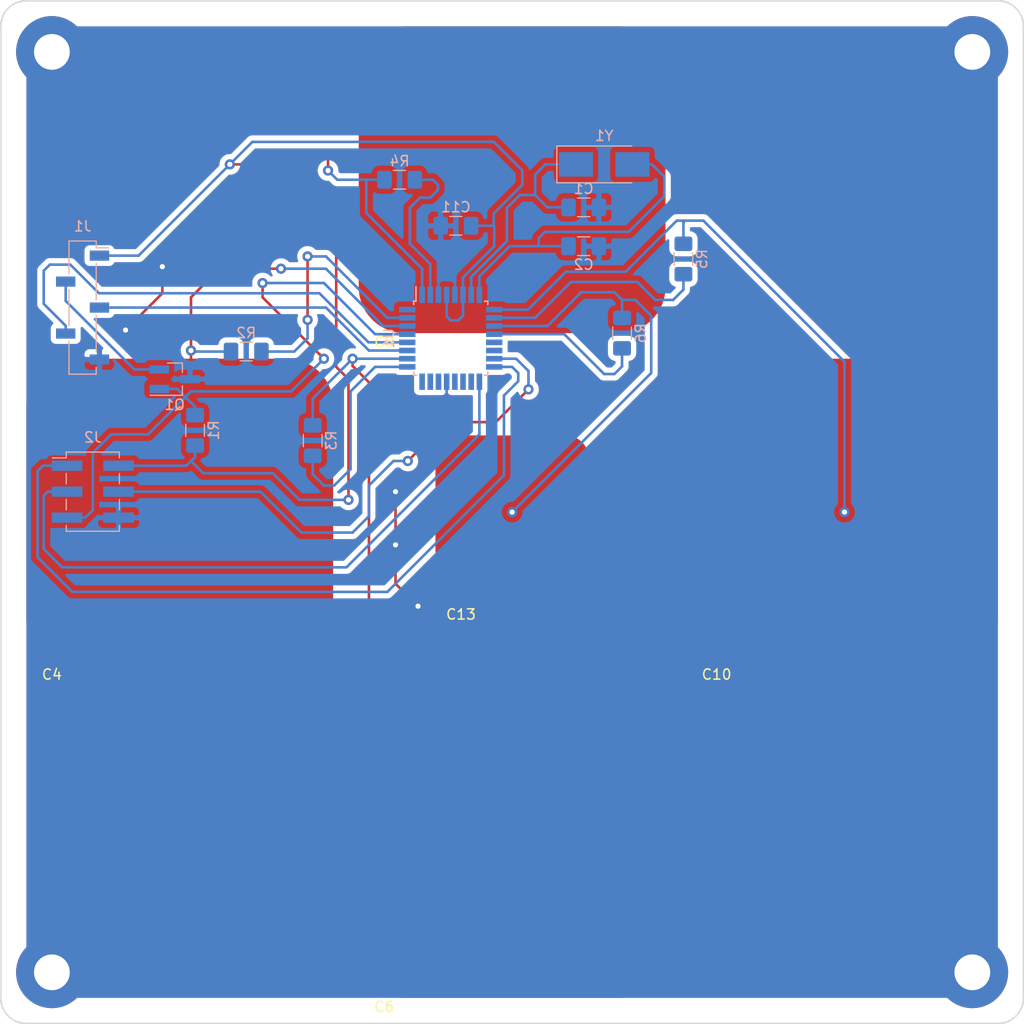
<source format=kicad_pcb>
(kicad_pcb (version 20171130) (host pcbnew 5.0.2-bee76a0~70~ubuntu18.04.1)

  (general
    (thickness 1.6)
    (drawings 8)
    (tracks 247)
    (zones 0)
    (modules 19)
    (nets 31)
  )

  (page A4)
  (title_block
    (title Capacitive-touch-buttons)
    (date 2019-03-09)
    (rev 3.0.0)
    (company "Hackerspace NTNU")
  )

  (layers
    (0 F.Cu signal)
    (31 B.Cu signal)
    (32 B.Adhes user hide)
    (33 F.Adhes user hide)
    (34 B.Paste user hide)
    (35 F.Paste user hide)
    (36 B.SilkS user)
    (37 F.SilkS user)
    (38 B.Mask user hide)
    (39 F.Mask user hide)
    (40 Dwgs.User user hide)
    (41 Cmts.User user hide)
    (42 Eco1.User user hide)
    (43 Eco2.User user hide)
    (44 Edge.Cuts user)
    (45 Margin user)
    (46 B.CrtYd user)
    (47 F.CrtYd user)
    (48 B.Fab user)
    (49 F.Fab user)
  )

  (setup
    (last_trace_width 0.254)
    (trace_clearance 0.127)
    (zone_clearance 0.508)
    (zone_45_only no)
    (trace_min 0.127)
    (segment_width 0.2)
    (edge_width 0.15)
    (via_size 1)
    (via_drill 0.5)
    (via_min_size 0.6)
    (via_min_drill 0.3)
    (uvia_size 0.3)
    (uvia_drill 0.1)
    (uvias_allowed no)
    (uvia_min_size 0.2)
    (uvia_min_drill 0.1)
    (pcb_text_width 0.3)
    (pcb_text_size 1.5 1.5)
    (mod_edge_width 0.15)
    (mod_text_size 1 1)
    (mod_text_width 0.15)
    (pad_size 1.524 1.524)
    (pad_drill 0.762)
    (pad_to_mask_clearance 0.051)
    (solder_mask_min_width 0.25)
    (aux_axis_origin 0 0)
    (visible_elements FFFFFF7F)
    (pcbplotparams
      (layerselection 0x010fc_ffffffff)
      (usegerberextensions false)
      (usegerberattributes false)
      (usegerberadvancedattributes false)
      (creategerberjobfile false)
      (excludeedgelayer true)
      (linewidth 0.100000)
      (plotframeref false)
      (viasonmask false)
      (mode 1)
      (useauxorigin false)
      (hpglpennumber 1)
      (hpglpenspeed 20)
      (hpglpendiameter 15.000000)
      (psnegative false)
      (psa4output false)
      (plotreference true)
      (plotvalue true)
      (plotinvisibletext false)
      (padsonsilk false)
      (subtractmaskfromsilk false)
      (outputformat 1)
      (mirror false)
      (drillshape 1)
      (scaleselection 1)
      (outputdirectory ""))
  )

  (net 0 "")
  (net 1 "Net-(C10-Pad1)")
  (net 2 "Net-(R5-Pad1)")
  (net 3 "Net-(R4-Pad1)")
  (net 4 "Net-(R3-Pad1)")
  (net 5 "Net-(R2-Pad1)")
  (net 6 VCC)
  (net 7 /RPin)
  (net 8 "Net-(J1-Pad2)")
  (net 9 GND)
  (net 10 /MOSI)
  (net 11 /MISO)
  (net 12 /SCK)
  (net 13 "Net-(U1-Pad20)")
  (net 14 /clk1)
  (net 15 "Net-(U1-Pad23)")
  (net 16 /clk2)
  (net 17 "Net-(U1-Pad24)")
  (net 18 /SDA)
  (net 19 "Net-(U1-Pad14)")
  (net 20 /SCL)
  (net 21 "Net-(R6-Pad1)")
  (net 22 "Net-(U1-Pad18)")
  (net 23 "Net-(U1-Pad19)")
  (net 24 "Net-(U1-Pad22)")
  (net 25 "Net-(U1-Pad32)")
  (net 26 "Net-(U1-Pad13)")
  (net 27 "Net-(C13-Pad1)")
  (net 28 "Net-(C4-Pad1)")
  (net 29 "Net-(C6-Pad1)")
  (net 30 "Net-(C8-Pad1)")

  (net_class Default "This is the default net class."
    (clearance 0.127)
    (trace_width 0.254)
    (via_dia 1)
    (via_drill 0.5)
    (uvia_dia 0.3)
    (uvia_drill 0.1)
    (diff_pair_gap 0.5)
    (diff_pair_width 0.5)
    (add_net /MISO)
    (add_net /MOSI)
    (add_net /RPin)
    (add_net /SCK)
    (add_net /SCL)
    (add_net /SDA)
    (add_net /clk1)
    (add_net /clk2)
    (add_net GND)
    (add_net "Net-(C10-Pad1)")
    (add_net "Net-(C13-Pad1)")
    (add_net "Net-(C4-Pad1)")
    (add_net "Net-(C6-Pad1)")
    (add_net "Net-(C8-Pad1)")
    (add_net "Net-(J1-Pad2)")
    (add_net "Net-(R2-Pad1)")
    (add_net "Net-(R3-Pad1)")
    (add_net "Net-(R4-Pad1)")
    (add_net "Net-(R5-Pad1)")
    (add_net "Net-(R6-Pad1)")
    (add_net "Net-(U1-Pad13)")
    (add_net "Net-(U1-Pad14)")
    (add_net "Net-(U1-Pad18)")
    (add_net "Net-(U1-Pad19)")
    (add_net "Net-(U1-Pad20)")
    (add_net "Net-(U1-Pad22)")
    (add_net "Net-(U1-Pad23)")
    (add_net "Net-(U1-Pad24)")
    (add_net "Net-(U1-Pad32)")
    (add_net VCC)
  )

  (module Package_TO_SOT_SMD:SOT-23_Handsoldering (layer B.Cu) (tedit 5A0AB76C) (tstamp 5C902EB4)
    (at 97 67)
    (descr "SOT-23, Handsoldering")
    (tags SOT-23)
    (path /5C70C979)
    (attr smd)
    (fp_text reference Q1 (at 0 2.5) (layer B.SilkS)
      (effects (font (size 1 1) (thickness 0.15)) (justify mirror))
    )
    (fp_text value BS170 (at 0 -2.5) (layer B.Fab)
      (effects (font (size 1 1) (thickness 0.15)) (justify mirror))
    )
    (fp_text user %R (at 0 0 -90) (layer B.Fab)
      (effects (font (size 0.5 0.5) (thickness 0.075)) (justify mirror))
    )
    (fp_line (start 0.76 -1.58) (end 0.76 -0.65) (layer B.SilkS) (width 0.12))
    (fp_line (start 0.76 1.58) (end 0.76 0.65) (layer B.SilkS) (width 0.12))
    (fp_line (start -2.7 1.75) (end 2.7 1.75) (layer B.CrtYd) (width 0.05))
    (fp_line (start 2.7 1.75) (end 2.7 -1.75) (layer B.CrtYd) (width 0.05))
    (fp_line (start 2.7 -1.75) (end -2.7 -1.75) (layer B.CrtYd) (width 0.05))
    (fp_line (start -2.7 -1.75) (end -2.7 1.75) (layer B.CrtYd) (width 0.05))
    (fp_line (start 0.76 1.58) (end -2.4 1.58) (layer B.SilkS) (width 0.12))
    (fp_line (start -0.7 0.95) (end -0.7 -1.5) (layer B.Fab) (width 0.1))
    (fp_line (start -0.15 1.52) (end 0.7 1.52) (layer B.Fab) (width 0.1))
    (fp_line (start -0.7 0.95) (end -0.15 1.52) (layer B.Fab) (width 0.1))
    (fp_line (start 0.7 1.52) (end 0.7 -1.52) (layer B.Fab) (width 0.1))
    (fp_line (start -0.7 -1.52) (end 0.7 -1.52) (layer B.Fab) (width 0.1))
    (fp_line (start 0.76 -1.58) (end -0.7 -1.58) (layer B.SilkS) (width 0.12))
    (pad 1 smd rect (at -1.5 0.95) (size 1.9 0.8) (layers B.Cu B.Paste B.Mask)
      (net 7 /RPin))
    (pad 2 smd rect (at -1.5 -0.95) (size 1.9 0.8) (layers B.Cu B.Paste B.Mask)
      (net 8 "Net-(J1-Pad2)"))
    (pad 3 smd rect (at 1.5 0) (size 1.9 0.8) (layers B.Cu B.Paste B.Mask)
      (net 9 GND))
    (model ${KISYS3DMOD}/Package_TO_SOT_SMD.3dshapes/SOT-23.wrl
      (at (xyz 0 0 0))
      (scale (xyz 1 1 1))
      (rotate (xyz 0 0 0))
    )
  )

  (module Resistor_SMD:R_1206_3216Metric_Pad1.42x1.75mm_HandSolder (layer B.Cu) (tedit 5B301BBD) (tstamp 5C847D46)
    (at 140.75 62.5 90)
    (descr "Resistor SMD 1206 (3216 Metric), square (rectangular) end terminal, IPC_7351 nominal with elongated pad for handsoldering. (Body size source: http://www.tortai-tech.com/upload/download/2011102023233369053.pdf), generated with kicad-footprint-generator")
    (tags "resistor handsolder")
    (path /5C79139E)
    (attr smd)
    (fp_text reference R6 (at 0 1.82 90) (layer B.SilkS)
      (effects (font (size 1 1) (thickness 0.15)) (justify mirror))
    )
    (fp_text value 1M (at 0 -1.82 90) (layer B.Fab)
      (effects (font (size 1 1) (thickness 0.15)) (justify mirror))
    )
    (fp_text user %R (at 0 0 90) (layer B.Fab)
      (effects (font (size 0.8 0.8) (thickness 0.12)) (justify mirror))
    )
    (fp_line (start 2.45 -1.12) (end -2.45 -1.12) (layer B.CrtYd) (width 0.05))
    (fp_line (start 2.45 1.12) (end 2.45 -1.12) (layer B.CrtYd) (width 0.05))
    (fp_line (start -2.45 1.12) (end 2.45 1.12) (layer B.CrtYd) (width 0.05))
    (fp_line (start -2.45 -1.12) (end -2.45 1.12) (layer B.CrtYd) (width 0.05))
    (fp_line (start -0.602064 -0.91) (end 0.602064 -0.91) (layer B.SilkS) (width 0.12))
    (fp_line (start -0.602064 0.91) (end 0.602064 0.91) (layer B.SilkS) (width 0.12))
    (fp_line (start 1.6 -0.8) (end -1.6 -0.8) (layer B.Fab) (width 0.1))
    (fp_line (start 1.6 0.8) (end 1.6 -0.8) (layer B.Fab) (width 0.1))
    (fp_line (start -1.6 0.8) (end 1.6 0.8) (layer B.Fab) (width 0.1))
    (fp_line (start -1.6 -0.8) (end -1.6 0.8) (layer B.Fab) (width 0.1))
    (pad 2 smd roundrect (at 1.4875 0 90) (size 1.425 1.75) (layers B.Cu B.Paste B.Mask) (roundrect_rratio 0.175439)
      (net 27 "Net-(C13-Pad1)"))
    (pad 1 smd roundrect (at -1.4875 0 90) (size 1.425 1.75) (layers B.Cu B.Paste B.Mask) (roundrect_rratio 0.175439)
      (net 21 "Net-(R6-Pad1)"))
    (model ${KISYS3DMOD}/Resistor_SMD.3dshapes/R_1206_3216Metric.wrl
      (at (xyz 0 0 0))
      (scale (xyz 1 1 1))
      (rotate (xyz 0 0 0))
    )
  )

  (module Resistor_SMD:R_1206_3216Metric_Pad1.42x1.75mm_HandSolder (layer B.Cu) (tedit 5B301BBD) (tstamp 5C847CF1)
    (at 99 72 90)
    (descr "Resistor SMD 1206 (3216 Metric), square (rectangular) end terminal, IPC_7351 nominal with elongated pad for handsoldering. (Body size source: http://www.tortai-tech.com/upload/download/2011102023233369053.pdf), generated with kicad-footprint-generator")
    (tags "resistor handsolder")
    (path /5C70CA73)
    (attr smd)
    (fp_text reference R1 (at 0 1.82 90) (layer B.SilkS)
      (effects (font (size 1 1) (thickness 0.15)) (justify mirror))
    )
    (fp_text value 10k (at 0 -1.82 90) (layer B.Fab)
      (effects (font (size 1 1) (thickness 0.15)) (justify mirror))
    )
    (fp_text user %R (at 0 0 90) (layer B.Fab)
      (effects (font (size 0.8 0.8) (thickness 0.12)) (justify mirror))
    )
    (fp_line (start 2.45 -1.12) (end -2.45 -1.12) (layer B.CrtYd) (width 0.05))
    (fp_line (start 2.45 1.12) (end 2.45 -1.12) (layer B.CrtYd) (width 0.05))
    (fp_line (start -2.45 1.12) (end 2.45 1.12) (layer B.CrtYd) (width 0.05))
    (fp_line (start -2.45 -1.12) (end -2.45 1.12) (layer B.CrtYd) (width 0.05))
    (fp_line (start -0.602064 -0.91) (end 0.602064 -0.91) (layer B.SilkS) (width 0.12))
    (fp_line (start -0.602064 0.91) (end 0.602064 0.91) (layer B.SilkS) (width 0.12))
    (fp_line (start 1.6 -0.8) (end -1.6 -0.8) (layer B.Fab) (width 0.1))
    (fp_line (start 1.6 0.8) (end 1.6 -0.8) (layer B.Fab) (width 0.1))
    (fp_line (start -1.6 0.8) (end 1.6 0.8) (layer B.Fab) (width 0.1))
    (fp_line (start -1.6 -0.8) (end -1.6 0.8) (layer B.Fab) (width 0.1))
    (pad 2 smd roundrect (at 1.4875 0 90) (size 1.425 1.75) (layers B.Cu B.Paste B.Mask) (roundrect_rratio 0.175439)
      (net 7 /RPin))
    (pad 1 smd roundrect (at -1.4875 0 90) (size 1.425 1.75) (layers B.Cu B.Paste B.Mask) (roundrect_rratio 0.175439)
      (net 6 VCC))
    (model ${KISYS3DMOD}/Resistor_SMD.3dshapes/R_1206_3216Metric.wrl
      (at (xyz 0 0 0))
      (scale (xyz 1 1 1))
      (rotate (xyz 0 0 0))
    )
  )

  (module Resistor_SMD:R_1206_3216Metric_Pad1.42x1.75mm_HandSolder (layer B.Cu) (tedit 5B301BBD) (tstamp 5C847D24)
    (at 119 47.5 180)
    (descr "Resistor SMD 1206 (3216 Metric), square (rectangular) end terminal, IPC_7351 nominal with elongated pad for handsoldering. (Body size source: http://www.tortai-tech.com/upload/download/2011102023233369053.pdf), generated with kicad-footprint-generator")
    (tags "resistor handsolder")
    (path /5C6F4F76)
    (attr smd)
    (fp_text reference R4 (at 0 1.82 180) (layer B.SilkS)
      (effects (font (size 1 1) (thickness 0.15)) (justify mirror))
    )
    (fp_text value 1M (at 0 -1.82 180) (layer B.Fab)
      (effects (font (size 1 1) (thickness 0.15)) (justify mirror))
    )
    (fp_text user %R (at 0 0 180) (layer B.Fab)
      (effects (font (size 0.8 0.8) (thickness 0.12)) (justify mirror))
    )
    (fp_line (start 2.45 -1.12) (end -2.45 -1.12) (layer B.CrtYd) (width 0.05))
    (fp_line (start 2.45 1.12) (end 2.45 -1.12) (layer B.CrtYd) (width 0.05))
    (fp_line (start -2.45 1.12) (end 2.45 1.12) (layer B.CrtYd) (width 0.05))
    (fp_line (start -2.45 -1.12) (end -2.45 1.12) (layer B.CrtYd) (width 0.05))
    (fp_line (start -0.602064 -0.91) (end 0.602064 -0.91) (layer B.SilkS) (width 0.12))
    (fp_line (start -0.602064 0.91) (end 0.602064 0.91) (layer B.SilkS) (width 0.12))
    (fp_line (start 1.6 -0.8) (end -1.6 -0.8) (layer B.Fab) (width 0.1))
    (fp_line (start 1.6 0.8) (end 1.6 -0.8) (layer B.Fab) (width 0.1))
    (fp_line (start -1.6 0.8) (end 1.6 0.8) (layer B.Fab) (width 0.1))
    (fp_line (start -1.6 -0.8) (end -1.6 0.8) (layer B.Fab) (width 0.1))
    (pad 2 smd roundrect (at 1.4875 0 180) (size 1.425 1.75) (layers B.Cu B.Paste B.Mask) (roundrect_rratio 0.175439)
      (net 30 "Net-(C8-Pad1)"))
    (pad 1 smd roundrect (at -1.4875 0 180) (size 1.425 1.75) (layers B.Cu B.Paste B.Mask) (roundrect_rratio 0.175439)
      (net 3 "Net-(R4-Pad1)"))
    (model ${KISYS3DMOD}/Resistor_SMD.3dshapes/R_1206_3216Metric.wrl
      (at (xyz 0 0 0))
      (scale (xyz 1 1 1))
      (rotate (xyz 0 0 0))
    )
  )

  (module Connector_PinSocket_2.54mm:PinSocket_1x05_P2.54mm_Vertical_SMD_Pin1Left (layer B.Cu) (tedit 5A19A420) (tstamp 5C90274F)
    (at 88 60 180)
    (descr "surface-mounted straight socket strip, 1x05, 2.54mm pitch, single row, style 1 (pin 1 left) (https://cdn.harwin.com/pdfs/M20-786.pdf), script generated")
    (tags "Surface mounted socket strip SMD 1x05 2.54mm single row style1 pin1 left")
    (path /5C0CA658)
    (attr smd)
    (fp_text reference J1 (at 0 7.95 180) (layer B.SilkS)
      (effects (font (size 1 1) (thickness 0.15)) (justify mirror))
    )
    (fp_text value Conn_01x05_Male (at 0 -7.95 180) (layer B.Fab)
      (effects (font (size 1 1) (thickness 0.15)) (justify mirror))
    )
    (fp_line (start -1.33 6.51) (end 1.33 6.51) (layer B.SilkS) (width 0.12))
    (fp_line (start 1.33 6.51) (end 1.33 3.3) (layer B.SilkS) (width 0.12))
    (fp_line (start 1.33 1.78) (end 1.33 -1.78) (layer B.SilkS) (width 0.12))
    (fp_line (start 1.33 -3.3) (end 1.33 -6.51) (layer B.SilkS) (width 0.12))
    (fp_line (start -1.33 -6.51) (end 1.33 -6.51) (layer B.SilkS) (width 0.12))
    (fp_line (start -1.33 6.51) (end -1.33 5.84) (layer B.SilkS) (width 0.12))
    (fp_line (start -1.33 4.32) (end -1.33 0.76) (layer B.SilkS) (width 0.12))
    (fp_line (start -1.33 -0.76) (end -1.33 -4.32) (layer B.SilkS) (width 0.12))
    (fp_line (start -1.33 -5.84) (end -1.33 -6.51) (layer B.SilkS) (width 0.12))
    (fp_line (start -2.54 5.84) (end -1.33 5.84) (layer B.SilkS) (width 0.12))
    (fp_line (start -0.635 6.45) (end 1.27 6.45) (layer B.Fab) (width 0.1))
    (fp_line (start 1.27 6.45) (end 1.27 -6.45) (layer B.Fab) (width 0.1))
    (fp_line (start 1.27 -6.45) (end -1.27 -6.45) (layer B.Fab) (width 0.1))
    (fp_line (start -1.27 -6.45) (end -1.27 5.815) (layer B.Fab) (width 0.1))
    (fp_line (start -1.27 5.815) (end -0.635 6.45) (layer B.Fab) (width 0.1))
    (fp_line (start -2.27 5.38) (end -1.27 5.38) (layer B.Fab) (width 0.1))
    (fp_line (start -1.27 4.78) (end -2.27 4.78) (layer B.Fab) (width 0.1))
    (fp_line (start -2.27 4.78) (end -2.27 5.38) (layer B.Fab) (width 0.1))
    (fp_line (start 1.27 2.84) (end 2.27 2.84) (layer B.Fab) (width 0.1))
    (fp_line (start 2.27 2.84) (end 2.27 2.24) (layer B.Fab) (width 0.1))
    (fp_line (start 2.27 2.24) (end 1.27 2.24) (layer B.Fab) (width 0.1))
    (fp_line (start -2.27 0.3) (end -1.27 0.3) (layer B.Fab) (width 0.1))
    (fp_line (start -1.27 -0.3) (end -2.27 -0.3) (layer B.Fab) (width 0.1))
    (fp_line (start -2.27 -0.3) (end -2.27 0.3) (layer B.Fab) (width 0.1))
    (fp_line (start 1.27 -2.24) (end 2.27 -2.24) (layer B.Fab) (width 0.1))
    (fp_line (start 2.27 -2.24) (end 2.27 -2.84) (layer B.Fab) (width 0.1))
    (fp_line (start 2.27 -2.84) (end 1.27 -2.84) (layer B.Fab) (width 0.1))
    (fp_line (start -2.27 -4.78) (end -1.27 -4.78) (layer B.Fab) (width 0.1))
    (fp_line (start -1.27 -5.38) (end -2.27 -5.38) (layer B.Fab) (width 0.1))
    (fp_line (start -2.27 -5.38) (end -2.27 -4.78) (layer B.Fab) (width 0.1))
    (fp_line (start -3.1 6.95) (end 3.1 6.95) (layer B.CrtYd) (width 0.05))
    (fp_line (start 3.1 6.95) (end 3.1 -6.95) (layer B.CrtYd) (width 0.05))
    (fp_line (start 3.1 -6.95) (end -3.1 -6.95) (layer B.CrtYd) (width 0.05))
    (fp_line (start -3.1 -6.95) (end -3.1 6.95) (layer B.CrtYd) (width 0.05))
    (fp_text user %R (at 0 0 90) (layer B.Fab)
      (effects (font (size 1 1) (thickness 0.15)) (justify mirror))
    )
    (pad 1 smd rect (at -1.65 5.08 180) (size 1.9 1) (layers B.Cu B.Paste B.Mask)
      (net 6 VCC))
    (pad 3 smd rect (at -1.65 0 180) (size 1.9 1) (layers B.Cu B.Paste B.Mask)
      (net 18 /SDA))
    (pad 5 smd rect (at -1.65 -5.08 180) (size 1.9 1) (layers B.Cu B.Paste B.Mask)
      (net 9 GND))
    (pad 2 smd rect (at 1.65 2.54 180) (size 1.9 1) (layers B.Cu B.Paste B.Mask)
      (net 8 "Net-(J1-Pad2)"))
    (pad 4 smd rect (at 1.65 -2.54 180) (size 1.9 1) (layers B.Cu B.Paste B.Mask)
      (net 20 /SCL))
    (model ${KISYS3DMOD}/Connector_PinSocket_2.54mm.3dshapes/PinSocket_1x05_P2.54mm_Vertical_SMD_Pin1Left.wrl
      (at (xyz 0 0 0))
      (scale (xyz 1 1 1))
      (rotate (xyz 0 0 0))
    )
  )

  (module Capacitor_SMD:C_1206_3216Metric_Pad1.42x1.75mm_HandSolder (layer B.Cu) (tedit 5B301BBE) (tstamp 5C847E1B)
    (at 137 50.2 180)
    (descr "Capacitor SMD 1206 (3216 Metric), square (rectangular) end terminal, IPC_7351 nominal with elongated pad for handsoldering. (Body size source: http://www.tortai-tech.com/upload/download/2011102023233369053.pdf), generated with kicad-footprint-generator")
    (tags "capacitor handsolder")
    (path /5C0A96C5)
    (attr smd)
    (fp_text reference C1 (at 0 1.82 180) (layer B.SilkS)
      (effects (font (size 1 1) (thickness 0.15)) (justify mirror))
    )
    (fp_text value 20pF (at 0 -1.82 180) (layer B.Fab)
      (effects (font (size 1 1) (thickness 0.15)) (justify mirror))
    )
    (fp_text user %R (at 0 0 180) (layer B.Fab)
      (effects (font (size 0.8 0.8) (thickness 0.12)) (justify mirror))
    )
    (fp_line (start 2.45 -1.12) (end -2.45 -1.12) (layer B.CrtYd) (width 0.05))
    (fp_line (start 2.45 1.12) (end 2.45 -1.12) (layer B.CrtYd) (width 0.05))
    (fp_line (start -2.45 1.12) (end 2.45 1.12) (layer B.CrtYd) (width 0.05))
    (fp_line (start -2.45 -1.12) (end -2.45 1.12) (layer B.CrtYd) (width 0.05))
    (fp_line (start -0.602064 -0.91) (end 0.602064 -0.91) (layer B.SilkS) (width 0.12))
    (fp_line (start -0.602064 0.91) (end 0.602064 0.91) (layer B.SilkS) (width 0.12))
    (fp_line (start 1.6 -0.8) (end -1.6 -0.8) (layer B.Fab) (width 0.1))
    (fp_line (start 1.6 0.8) (end 1.6 -0.8) (layer B.Fab) (width 0.1))
    (fp_line (start -1.6 0.8) (end 1.6 0.8) (layer B.Fab) (width 0.1))
    (fp_line (start -1.6 -0.8) (end -1.6 0.8) (layer B.Fab) (width 0.1))
    (pad 2 smd roundrect (at 1.4875 0 180) (size 1.425 1.75) (layers B.Cu B.Paste B.Mask) (roundrect_rratio 0.175439)
      (net 14 /clk1))
    (pad 1 smd roundrect (at -1.4875 0 180) (size 1.425 1.75) (layers B.Cu B.Paste B.Mask) (roundrect_rratio 0.175439)
      (net 9 GND))
    (model ${KISYS3DMOD}/Capacitor_SMD.3dshapes/C_1206_3216Metric.wrl
      (at (xyz 0 0 0))
      (scale (xyz 1 1 1))
      (rotate (xyz 0 0 0))
    )
  )

  (module pads-cap-lib:capacitive-pad (layer F.Cu) (tedit 5C6EE5A3) (tstamp 5C8488E0)
    (at 130 112.5)
    (path /5C76CB31)
    (fp_text reference C6 (at -12.5 15.875) (layer F.SilkS)
      (effects (font (size 1 1) (thickness 0.15)))
    )
    (fp_text value capacitive-pad (at -9.271 -15.875) (layer F.Fab)
      (effects (font (size 1 1) (thickness 0.15)))
    )
    (pad 1 smd roundrect (at 0 0) (size 30 30) (layers F.Cu F.Paste F.Mask) (roundrect_rratio 0.15)
      (net 29 "Net-(C6-Pad1)"))
  )

  (module Connector_PinSocket_2.54mm:PinSocket_2x03_P2.54mm_Vertical_SMD (layer B.Cu) (tedit 5A19A41D) (tstamp 5C90271F)
    (at 89 78 180)
    (descr "surface-mounted straight socket strip, 2x03, 2.54mm pitch, double cols (from Kicad 4.0.7), script generated")
    (tags "Surface mounted socket strip SMD 2x03 2.54mm double row")
    (path /5C6F91D1)
    (attr smd)
    (fp_text reference J2 (at 0 5.31 180) (layer B.SilkS)
      (effects (font (size 1 1) (thickness 0.15)) (justify mirror))
    )
    (fp_text value AVR-ISP-6 (at 0 -5.31 180) (layer B.Fab)
      (effects (font (size 1 1) (thickness 0.15)) (justify mirror))
    )
    (fp_line (start -2.6 3.87) (end 2.6 3.87) (layer B.SilkS) (width 0.12))
    (fp_line (start 2.6 3.87) (end 2.6 3.3) (layer B.SilkS) (width 0.12))
    (fp_line (start 2.6 1.78) (end 2.6 0.76) (layer B.SilkS) (width 0.12))
    (fp_line (start 2.6 -0.76) (end 2.6 -1.78) (layer B.SilkS) (width 0.12))
    (fp_line (start 2.6 -3.3) (end 2.6 -3.87) (layer B.SilkS) (width 0.12))
    (fp_line (start -2.6 -3.87) (end 2.6 -3.87) (layer B.SilkS) (width 0.12))
    (fp_line (start -2.6 3.87) (end -2.6 3.3) (layer B.SilkS) (width 0.12))
    (fp_line (start -2.6 1.78) (end -2.6 0.76) (layer B.SilkS) (width 0.12))
    (fp_line (start -2.6 -0.76) (end -2.6 -1.78) (layer B.SilkS) (width 0.12))
    (fp_line (start -2.6 -3.3) (end -2.6 -3.87) (layer B.SilkS) (width 0.12))
    (fp_line (start 2.6 3.3) (end 3.96 3.3) (layer B.SilkS) (width 0.12))
    (fp_line (start -2.54 3.81) (end 1.54 3.81) (layer B.Fab) (width 0.1))
    (fp_line (start 1.54 3.81) (end 2.54 2.81) (layer B.Fab) (width 0.1))
    (fp_line (start 2.54 2.81) (end 2.54 -3.81) (layer B.Fab) (width 0.1))
    (fp_line (start 2.54 -3.81) (end -2.54 -3.81) (layer B.Fab) (width 0.1))
    (fp_line (start -2.54 -3.81) (end -2.54 3.81) (layer B.Fab) (width 0.1))
    (fp_line (start -3.92 2.86) (end -2.54 2.86) (layer B.Fab) (width 0.1))
    (fp_line (start -2.54 2.22) (end -3.92 2.22) (layer B.Fab) (width 0.1))
    (fp_line (start -3.92 2.22) (end -3.92 2.86) (layer B.Fab) (width 0.1))
    (fp_line (start 2.54 2.86) (end 3.92 2.86) (layer B.Fab) (width 0.1))
    (fp_line (start 3.92 2.86) (end 3.92 2.22) (layer B.Fab) (width 0.1))
    (fp_line (start 3.92 2.22) (end 2.54 2.22) (layer B.Fab) (width 0.1))
    (fp_line (start -3.92 0.32) (end -2.54 0.32) (layer B.Fab) (width 0.1))
    (fp_line (start -2.54 -0.32) (end -3.92 -0.32) (layer B.Fab) (width 0.1))
    (fp_line (start -3.92 -0.32) (end -3.92 0.32) (layer B.Fab) (width 0.1))
    (fp_line (start 2.54 0.32) (end 3.92 0.32) (layer B.Fab) (width 0.1))
    (fp_line (start 3.92 0.32) (end 3.92 -0.32) (layer B.Fab) (width 0.1))
    (fp_line (start 3.92 -0.32) (end 2.54 -0.32) (layer B.Fab) (width 0.1))
    (fp_line (start -3.92 -2.22) (end -2.54 -2.22) (layer B.Fab) (width 0.1))
    (fp_line (start -2.54 -2.86) (end -3.92 -2.86) (layer B.Fab) (width 0.1))
    (fp_line (start -3.92 -2.86) (end -3.92 -2.22) (layer B.Fab) (width 0.1))
    (fp_line (start 2.54 -2.22) (end 3.92 -2.22) (layer B.Fab) (width 0.1))
    (fp_line (start 3.92 -2.22) (end 3.92 -2.86) (layer B.Fab) (width 0.1))
    (fp_line (start 3.92 -2.86) (end 2.54 -2.86) (layer B.Fab) (width 0.1))
    (fp_line (start -4.55 4.35) (end 4.5 4.35) (layer B.CrtYd) (width 0.05))
    (fp_line (start 4.5 4.35) (end 4.5 -4.3) (layer B.CrtYd) (width 0.05))
    (fp_line (start 4.5 -4.3) (end -4.55 -4.3) (layer B.CrtYd) (width 0.05))
    (fp_line (start -4.55 -4.3) (end -4.55 4.35) (layer B.CrtYd) (width 0.05))
    (fp_text user %R (at 0 0 90) (layer B.Fab)
      (effects (font (size 1 1) (thickness 0.15)) (justify mirror))
    )
    (pad 1 smd rect (at 2.52 2.54 180) (size 3 1) (layers B.Cu B.Paste B.Mask)
      (net 11 /MISO))
    (pad 2 smd rect (at -2.52 2.54 180) (size 3 1) (layers B.Cu B.Paste B.Mask)
      (net 6 VCC))
    (pad 3 smd rect (at 2.52 0 180) (size 3 1) (layers B.Cu B.Paste B.Mask)
      (net 12 /SCK))
    (pad 4 smd rect (at -2.52 0 180) (size 3 1) (layers B.Cu B.Paste B.Mask)
      (net 10 /MOSI))
    (pad 5 smd rect (at 2.52 -2.54 180) (size 3 1) (layers B.Cu B.Paste B.Mask)
      (net 7 /RPin))
    (pad 6 smd rect (at -2.52 -2.54 180) (size 3 1) (layers B.Cu B.Paste B.Mask)
      (net 9 GND))
    (model ${KISYS3DMOD}/Connector_PinSocket_2.54mm.3dshapes/PinSocket_2x03_P2.54mm_Vertical_SMD.wrl
      (at (xyz 0 0 0))
      (scale (xyz 1 1 1))
      (rotate (xyz 0 0 0))
    )
  )

  (module pads-cap-lib:capacitive-pad (layer F.Cu) (tedit 5C6EE5A3) (tstamp 5C8488D4)
    (at 130 47.5)
    (path /5C76CBBD)
    (fp_text reference C8 (at -12.5 15.875) (layer F.SilkS)
      (effects (font (size 1 1) (thickness 0.15)))
    )
    (fp_text value capacitive-pad (at -9.271 -15.875) (layer F.Fab)
      (effects (font (size 1 1) (thickness 0.15)))
    )
    (pad 1 smd roundrect (at 0 0) (size 30 30) (layers F.Cu F.Paste F.Mask) (roundrect_rratio 0.15)
      (net 30 "Net-(C8-Pad1)"))
  )

  (module pads-cap-lib:capacitive-pad-small (layer F.Cu) (tedit 5C76B7E7) (tstamp 5C847CC7)
    (at 130 80)
    (path /5C7913BA)
    (fp_text reference C13 (at -5 10) (layer F.SilkS)
      (effects (font (size 1 1) (thickness 0.15)))
    )
    (fp_text value capacitive-pad (at 0 -10) (layer F.Fab)
      (effects (font (size 1 1) (thickness 0.15)))
    )
    (pad 1 smd roundrect (at 0 0) (size 15 15) (layers F.Cu F.Paste F.Mask) (roundrect_rratio 0.15)
      (net 27 "Net-(C13-Pad1)"))
  )

  (module Package_QFP:TQFP-32_7x7mm_P0.8mm (layer B.Cu) (tedit 5A02F146) (tstamp 5C847D9F)
    (at 124 63 270)
    (descr "32-Lead Plastic Thin Quad Flatpack (PT) - 7x7x1.0 mm Body, 2.00 mm [TQFP] (see Microchip Packaging Specification 00000049BS.pdf)")
    (tags "QFP 0.8")
    (path /5C780DB7)
    (attr smd)
    (fp_text reference U1 (at 0 6.05 270) (layer B.SilkS)
      (effects (font (size 1 1) (thickness 0.15)) (justify mirror))
    )
    (fp_text value ATmega168-20AU (at 0 -6.05 270) (layer B.Fab)
      (effects (font (size 1 1) (thickness 0.15)) (justify mirror))
    )
    (fp_text user %R (at 0 0 270) (layer B.Fab)
      (effects (font (size 1 1) (thickness 0.15)) (justify mirror))
    )
    (fp_line (start -2.5 3.5) (end 3.5 3.5) (layer B.Fab) (width 0.15))
    (fp_line (start 3.5 3.5) (end 3.5 -3.5) (layer B.Fab) (width 0.15))
    (fp_line (start 3.5 -3.5) (end -3.5 -3.5) (layer B.Fab) (width 0.15))
    (fp_line (start -3.5 -3.5) (end -3.5 2.5) (layer B.Fab) (width 0.15))
    (fp_line (start -3.5 2.5) (end -2.5 3.5) (layer B.Fab) (width 0.15))
    (fp_line (start -5.3 5.3) (end -5.3 -5.3) (layer B.CrtYd) (width 0.05))
    (fp_line (start 5.3 5.3) (end 5.3 -5.3) (layer B.CrtYd) (width 0.05))
    (fp_line (start -5.3 5.3) (end 5.3 5.3) (layer B.CrtYd) (width 0.05))
    (fp_line (start -5.3 -5.3) (end 5.3 -5.3) (layer B.CrtYd) (width 0.05))
    (fp_line (start -3.625 3.625) (end -3.625 3.4) (layer B.SilkS) (width 0.15))
    (fp_line (start 3.625 3.625) (end 3.625 3.3) (layer B.SilkS) (width 0.15))
    (fp_line (start 3.625 -3.625) (end 3.625 -3.3) (layer B.SilkS) (width 0.15))
    (fp_line (start -3.625 -3.625) (end -3.625 -3.3) (layer B.SilkS) (width 0.15))
    (fp_line (start -3.625 3.625) (end -3.3 3.625) (layer B.SilkS) (width 0.15))
    (fp_line (start -3.625 -3.625) (end -3.3 -3.625) (layer B.SilkS) (width 0.15))
    (fp_line (start 3.625 -3.625) (end 3.3 -3.625) (layer B.SilkS) (width 0.15))
    (fp_line (start 3.625 3.625) (end 3.3 3.625) (layer B.SilkS) (width 0.15))
    (fp_line (start -3.625 3.4) (end -5.05 3.4) (layer B.SilkS) (width 0.15))
    (pad 1 smd rect (at -4.25 2.8 270) (size 1.6 0.55) (layers B.Cu B.Paste B.Mask)
      (net 30 "Net-(C8-Pad1)"))
    (pad 2 smd rect (at -4.25 2 270) (size 1.6 0.55) (layers B.Cu B.Paste B.Mask)
      (net 3 "Net-(R4-Pad1)"))
    (pad 3 smd rect (at -4.25 1.2 270) (size 1.6 0.55) (layers B.Cu B.Paste B.Mask)
      (net 9 GND))
    (pad 4 smd rect (at -4.25 0.4 270) (size 1.6 0.55) (layers B.Cu B.Paste B.Mask)
      (net 6 VCC))
    (pad 5 smd rect (at -4.25 -0.4 270) (size 1.6 0.55) (layers B.Cu B.Paste B.Mask)
      (net 9 GND))
    (pad 6 smd rect (at -4.25 -1.2 270) (size 1.6 0.55) (layers B.Cu B.Paste B.Mask)
      (net 6 VCC))
    (pad 7 smd rect (at -4.25 -2 270) (size 1.6 0.55) (layers B.Cu B.Paste B.Mask)
      (net 14 /clk1))
    (pad 8 smd rect (at -4.25 -2.8 270) (size 1.6 0.55) (layers B.Cu B.Paste B.Mask)
      (net 16 /clk2))
    (pad 9 smd rect (at -2.8 -4.25 180) (size 1.6 0.55) (layers B.Cu B.Paste B.Mask)
      (net 1 "Net-(C10-Pad1)"))
    (pad 10 smd rect (at -2 -4.25 180) (size 1.6 0.55) (layers B.Cu B.Paste B.Mask)
      (net 2 "Net-(R5-Pad1)"))
    (pad 11 smd rect (at -1.2 -4.25 180) (size 1.6 0.55) (layers B.Cu B.Paste B.Mask)
      (net 27 "Net-(C13-Pad1)"))
    (pad 12 smd rect (at -0.4 -4.25 180) (size 1.6 0.55) (layers B.Cu B.Paste B.Mask)
      (net 21 "Net-(R6-Pad1)"))
    (pad 13 smd rect (at 0.4 -4.25 180) (size 1.6 0.55) (layers B.Cu B.Paste B.Mask)
      (net 26 "Net-(U1-Pad13)"))
    (pad 14 smd rect (at 1.2 -4.25 180) (size 1.6 0.55) (layers B.Cu B.Paste B.Mask)
      (net 19 "Net-(U1-Pad14)"))
    (pad 15 smd rect (at 2 -4.25 180) (size 1.6 0.55) (layers B.Cu B.Paste B.Mask)
      (net 10 /MOSI))
    (pad 16 smd rect (at 2.8 -4.25 180) (size 1.6 0.55) (layers B.Cu B.Paste B.Mask)
      (net 11 /MISO))
    (pad 17 smd rect (at 4.25 -2.8 270) (size 1.6 0.55) (layers B.Cu B.Paste B.Mask)
      (net 12 /SCK))
    (pad 18 smd rect (at 4.25 -2 270) (size 1.6 0.55) (layers B.Cu B.Paste B.Mask)
      (net 22 "Net-(U1-Pad18)"))
    (pad 19 smd rect (at 4.25 -1.2 270) (size 1.6 0.55) (layers B.Cu B.Paste B.Mask)
      (net 23 "Net-(U1-Pad19)"))
    (pad 20 smd rect (at 4.25 -0.4 270) (size 1.6 0.55) (layers B.Cu B.Paste B.Mask)
      (net 13 "Net-(U1-Pad20)"))
    (pad 21 smd rect (at 4.25 0.4 270) (size 1.6 0.55) (layers B.Cu B.Paste B.Mask)
      (net 9 GND))
    (pad 22 smd rect (at 4.25 1.2 270) (size 1.6 0.55) (layers B.Cu B.Paste B.Mask)
      (net 24 "Net-(U1-Pad22)"))
    (pad 23 smd rect (at 4.25 2 270) (size 1.6 0.55) (layers B.Cu B.Paste B.Mask)
      (net 15 "Net-(U1-Pad23)"))
    (pad 24 smd rect (at 4.25 2.8 270) (size 1.6 0.55) (layers B.Cu B.Paste B.Mask)
      (net 17 "Net-(U1-Pad24)"))
    (pad 25 smd rect (at 2.8 4.25 180) (size 1.6 0.55) (layers B.Cu B.Paste B.Mask)
      (net 4 "Net-(R3-Pad1)"))
    (pad 26 smd rect (at 2 4.25 180) (size 1.6 0.55) (layers B.Cu B.Paste B.Mask)
      (net 29 "Net-(C6-Pad1)"))
    (pad 27 smd rect (at 1.2 4.25 180) (size 1.6 0.55) (layers B.Cu B.Paste B.Mask)
      (net 18 /SDA))
    (pad 28 smd rect (at 0.4 4.25 180) (size 1.6 0.55) (layers B.Cu B.Paste B.Mask)
      (net 20 /SCL))
    (pad 29 smd rect (at -0.4 4.25 180) (size 1.6 0.55) (layers B.Cu B.Paste B.Mask)
      (net 7 /RPin))
    (pad 30 smd rect (at -1.2 4.25 180) (size 1.6 0.55) (layers B.Cu B.Paste B.Mask)
      (net 28 "Net-(C4-Pad1)"))
    (pad 31 smd rect (at -2 4.25 180) (size 1.6 0.55) (layers B.Cu B.Paste B.Mask)
      (net 5 "Net-(R2-Pad1)"))
    (pad 32 smd rect (at -2.8 4.25 180) (size 1.6 0.55) (layers B.Cu B.Paste B.Mask)
      (net 25 "Net-(U1-Pad32)"))
    (model ${KISYS3DMOD}/Package_QFP.3dshapes/TQFP-32_7x7mm_P0.8mm.wrl
      (at (xyz 0 0 0))
      (scale (xyz 1 1 1))
      (rotate (xyz 0 0 0))
    )
  )

  (module Resistor_SMD:R_1206_3216Metric_Pad1.42x1.75mm_HandSolder (layer B.Cu) (tedit 5B301BBD) (tstamp 5C847D35)
    (at 146.75 55.25 90)
    (descr "Resistor SMD 1206 (3216 Metric), square (rectangular) end terminal, IPC_7351 nominal with elongated pad for handsoldering. (Body size source: http://www.tortai-tech.com/upload/download/2011102023233369053.pdf), generated with kicad-footprint-generator")
    (tags "resistor handsolder")
    (path /5C6F5744)
    (attr smd)
    (fp_text reference R5 (at 0 1.82 90) (layer B.SilkS)
      (effects (font (size 1 1) (thickness 0.15)) (justify mirror))
    )
    (fp_text value 1M (at 0 -1.82 90) (layer B.Fab)
      (effects (font (size 1 1) (thickness 0.15)) (justify mirror))
    )
    (fp_line (start -1.6 -0.8) (end -1.6 0.8) (layer B.Fab) (width 0.1))
    (fp_line (start -1.6 0.8) (end 1.6 0.8) (layer B.Fab) (width 0.1))
    (fp_line (start 1.6 0.8) (end 1.6 -0.8) (layer B.Fab) (width 0.1))
    (fp_line (start 1.6 -0.8) (end -1.6 -0.8) (layer B.Fab) (width 0.1))
    (fp_line (start -0.602064 0.91) (end 0.602064 0.91) (layer B.SilkS) (width 0.12))
    (fp_line (start -0.602064 -0.91) (end 0.602064 -0.91) (layer B.SilkS) (width 0.12))
    (fp_line (start -2.45 -1.12) (end -2.45 1.12) (layer B.CrtYd) (width 0.05))
    (fp_line (start -2.45 1.12) (end 2.45 1.12) (layer B.CrtYd) (width 0.05))
    (fp_line (start 2.45 1.12) (end 2.45 -1.12) (layer B.CrtYd) (width 0.05))
    (fp_line (start 2.45 -1.12) (end -2.45 -1.12) (layer B.CrtYd) (width 0.05))
    (fp_text user %R (at 0 0 90) (layer B.Fab)
      (effects (font (size 0.8 0.8) (thickness 0.12)) (justify mirror))
    )
    (pad 1 smd roundrect (at -1.4875 0 90) (size 1.425 1.75) (layers B.Cu B.Paste B.Mask) (roundrect_rratio 0.175439)
      (net 2 "Net-(R5-Pad1)"))
    (pad 2 smd roundrect (at 1.4875 0 90) (size 1.425 1.75) (layers B.Cu B.Paste B.Mask) (roundrect_rratio 0.175439)
      (net 1 "Net-(C10-Pad1)"))
    (model ${KISYS3DMOD}/Resistor_SMD.3dshapes/R_1206_3216Metric.wrl
      (at (xyz 0 0 0))
      (scale (xyz 1 1 1))
      (rotate (xyz 0 0 0))
    )
  )

  (module Crystal:Crystal_SMD_Abracon_ABM3-2Pin_5.0x3.2mm_HandSoldering (layer B.Cu) (tedit 5A0FD1B2) (tstamp 5C847DBA)
    (at 139 46)
    (descr "Abracon Miniature Ceramic Smd Crystal ABM3 http://www.abracon.com/Resonators/abm3.pdf, hand-soldering, 5.0x3.2mm^2 package")
    (tags "SMD SMT crystal hand-soldering")
    (path /5C0A90F4)
    (attr smd)
    (fp_text reference Y1 (at 0 -2.8) (layer B.SilkS)
      (effects (font (size 1 1) (thickness 0.15)) (justify mirror))
    )
    (fp_text value 16MHz (at 0 -2.8) (layer B.Fab)
      (effects (font (size 1 1) (thickness 0.15)) (justify mirror))
    )
    (fp_text user %R (at 0 0) (layer B.Fab)
      (effects (font (size 1 1) (thickness 0.15)) (justify mirror))
    )
    (fp_line (start -2.3 1.6) (end 2.3 1.6) (layer B.Fab) (width 0.1))
    (fp_line (start 2.3 1.6) (end 2.5 1.4) (layer B.Fab) (width 0.1))
    (fp_line (start 2.5 1.4) (end 2.5 -1.4) (layer B.Fab) (width 0.1))
    (fp_line (start 2.5 -1.4) (end 2.3 -1.6) (layer B.Fab) (width 0.1))
    (fp_line (start 2.3 -1.6) (end -2.3 -1.6) (layer B.Fab) (width 0.1))
    (fp_line (start -2.3 -1.6) (end -2.5 -1.4) (layer B.Fab) (width 0.1))
    (fp_line (start -2.5 -1.4) (end -2.5 1.4) (layer B.Fab) (width 0.1))
    (fp_line (start -2.5 1.4) (end -2.3 1.6) (layer B.Fab) (width 0.1))
    (fp_line (start -2.5 -0.6) (end -1.5 -1.6) (layer B.Fab) (width 0.1))
    (fp_line (start 2.7 1.8) (end -4.625 1.8) (layer B.SilkS) (width 0.12))
    (fp_line (start -4.625 1.8) (end -4.625 -1.8) (layer B.SilkS) (width 0.12))
    (fp_line (start -4.625 -1.8) (end 2.7 -1.8) (layer B.SilkS) (width 0.12))
    (fp_line (start -4.7 1.9) (end -4.7 -1.9) (layer B.CrtYd) (width 0.05))
    (fp_line (start -4.7 -1.9) (end 4.7 -1.9) (layer B.CrtYd) (width 0.05))
    (fp_line (start 4.7 -1.9) (end 4.7 1.9) (layer B.CrtYd) (width 0.05))
    (fp_line (start 4.7 1.9) (end -4.7 1.9) (layer B.CrtYd) (width 0.05))
    (fp_circle (center 0 0) (end 0.5 0) (layer B.Adhes) (width 0.1))
    (fp_circle (center 0 0) (end 0.416667 0) (layer B.Adhes) (width 0.166667))
    (fp_circle (center 0 0) (end 0.266667 0) (layer B.Adhes) (width 0.166667))
    (fp_circle (center 0 0) (end 0.116667 0) (layer B.Adhes) (width 0.233333))
    (pad 1 smd rect (at -2.7625 0) (size 3.325 2.4) (layers B.Cu B.Paste B.Mask)
      (net 14 /clk1))
    (pad 2 smd rect (at 2.7625 0) (size 3.325 2.4) (layers B.Cu B.Paste B.Mask)
      (net 16 /clk2))
    (model ${KISYS3DMOD}/Crystal.3dshapes/Crystal_SMD_Abracon_ABM3-2Pin_5.0x3.2mm_HandSoldering.wrl
      (at (xyz 0 0 0))
      (scale (xyz 1 1 1))
      (rotate (xyz 0 0 0))
    )
  )

  (module Resistor_SMD:R_1206_3216Metric_Pad1.42x1.75mm_HandSolder (layer B.Cu) (tedit 5B301BBD) (tstamp 5C847D02)
    (at 104 64.3 180)
    (descr "Resistor SMD 1206 (3216 Metric), square (rectangular) end terminal, IPC_7351 nominal with elongated pad for handsoldering. (Body size source: http://www.tortai-tech.com/upload/download/2011102023233369053.pdf), generated with kicad-footprint-generator")
    (tags "resistor handsolder")
    (path /5C6F5DE3)
    (attr smd)
    (fp_text reference R2 (at 0 1.82 180) (layer B.SilkS)
      (effects (font (size 1 1) (thickness 0.15)) (justify mirror))
    )
    (fp_text value 1M (at 0 -1.82 180) (layer B.Fab)
      (effects (font (size 1 1) (thickness 0.15)) (justify mirror))
    )
    (fp_text user %R (at 0 0 180) (layer B.Fab)
      (effects (font (size 0.8 0.8) (thickness 0.12)) (justify mirror))
    )
    (fp_line (start 2.45 -1.12) (end -2.45 -1.12) (layer B.CrtYd) (width 0.05))
    (fp_line (start 2.45 1.12) (end 2.45 -1.12) (layer B.CrtYd) (width 0.05))
    (fp_line (start -2.45 1.12) (end 2.45 1.12) (layer B.CrtYd) (width 0.05))
    (fp_line (start -2.45 -1.12) (end -2.45 1.12) (layer B.CrtYd) (width 0.05))
    (fp_line (start -0.602064 -0.91) (end 0.602064 -0.91) (layer B.SilkS) (width 0.12))
    (fp_line (start -0.602064 0.91) (end 0.602064 0.91) (layer B.SilkS) (width 0.12))
    (fp_line (start 1.6 -0.8) (end -1.6 -0.8) (layer B.Fab) (width 0.1))
    (fp_line (start 1.6 0.8) (end 1.6 -0.8) (layer B.Fab) (width 0.1))
    (fp_line (start -1.6 0.8) (end 1.6 0.8) (layer B.Fab) (width 0.1))
    (fp_line (start -1.6 -0.8) (end -1.6 0.8) (layer B.Fab) (width 0.1))
    (pad 2 smd roundrect (at 1.4875 0 180) (size 1.425 1.75) (layers B.Cu B.Paste B.Mask) (roundrect_rratio 0.175439)
      (net 28 "Net-(C4-Pad1)"))
    (pad 1 smd roundrect (at -1.4875 0 180) (size 1.425 1.75) (layers B.Cu B.Paste B.Mask) (roundrect_rratio 0.175439)
      (net 5 "Net-(R2-Pad1)"))
    (model ${KISYS3DMOD}/Resistor_SMD.3dshapes/R_1206_3216Metric.wrl
      (at (xyz 0 0 0))
      (scale (xyz 1 1 1))
      (rotate (xyz 0 0 0))
    )
  )

  (module Resistor_SMD:R_1206_3216Metric_Pad1.42x1.75mm_HandSolder (layer B.Cu) (tedit 5B301BBD) (tstamp 5C847D13)
    (at 110.5 73 90)
    (descr "Resistor SMD 1206 (3216 Metric), square (rectangular) end terminal, IPC_7351 nominal with elongated pad for handsoldering. (Body size source: http://www.tortai-tech.com/upload/download/2011102023233369053.pdf), generated with kicad-footprint-generator")
    (tags "resistor handsolder")
    (path /5C6F49CF)
    (attr smd)
    (fp_text reference R3 (at 0 1.82 90) (layer B.SilkS)
      (effects (font (size 1 1) (thickness 0.15)) (justify mirror))
    )
    (fp_text value 1M (at 0 -1.82 90) (layer B.Fab)
      (effects (font (size 1 1) (thickness 0.15)) (justify mirror))
    )
    (fp_line (start -1.6 -0.8) (end -1.6 0.8) (layer B.Fab) (width 0.1))
    (fp_line (start -1.6 0.8) (end 1.6 0.8) (layer B.Fab) (width 0.1))
    (fp_line (start 1.6 0.8) (end 1.6 -0.8) (layer B.Fab) (width 0.1))
    (fp_line (start 1.6 -0.8) (end -1.6 -0.8) (layer B.Fab) (width 0.1))
    (fp_line (start -0.602064 0.91) (end 0.602064 0.91) (layer B.SilkS) (width 0.12))
    (fp_line (start -0.602064 -0.91) (end 0.602064 -0.91) (layer B.SilkS) (width 0.12))
    (fp_line (start -2.45 -1.12) (end -2.45 1.12) (layer B.CrtYd) (width 0.05))
    (fp_line (start -2.45 1.12) (end 2.45 1.12) (layer B.CrtYd) (width 0.05))
    (fp_line (start 2.45 1.12) (end 2.45 -1.12) (layer B.CrtYd) (width 0.05))
    (fp_line (start 2.45 -1.12) (end -2.45 -1.12) (layer B.CrtYd) (width 0.05))
    (fp_text user %R (at 0 0 90) (layer B.Fab)
      (effects (font (size 0.8 0.8) (thickness 0.12)) (justify mirror))
    )
    (pad 1 smd roundrect (at -1.4875 0 90) (size 1.425 1.75) (layers B.Cu B.Paste B.Mask) (roundrect_rratio 0.175439)
      (net 4 "Net-(R3-Pad1)"))
    (pad 2 smd roundrect (at 1.4875 0 90) (size 1.425 1.75) (layers B.Cu B.Paste B.Mask) (roundrect_rratio 0.175439)
      (net 29 "Net-(C6-Pad1)"))
    (model ${KISYS3DMOD}/Resistor_SMD.3dshapes/R_1206_3216Metric.wrl
      (at (xyz 0 0 0))
      (scale (xyz 1 1 1))
      (rotate (xyz 0 0 0))
    )
  )

  (module Capacitor_SMD:C_1206_3216Metric_Pad1.42x1.75mm_HandSolder (layer B.Cu) (tedit 5B301BBE) (tstamp 5C847E92)
    (at 137 54 180)
    (descr "Capacitor SMD 1206 (3216 Metric), square (rectangular) end terminal, IPC_7351 nominal with elongated pad for handsoldering. (Body size source: http://www.tortai-tech.com/upload/download/2011102023233369053.pdf), generated with kicad-footprint-generator")
    (tags "capacitor handsolder")
    (path /5C0A9669)
    (attr smd)
    (fp_text reference C2 (at 0 -1.8 180) (layer B.SilkS)
      (effects (font (size 1 1) (thickness 0.15)) (justify mirror))
    )
    (fp_text value 20pF (at 0 -1.82 180) (layer B.Fab)
      (effects (font (size 1 1) (thickness 0.15)) (justify mirror))
    )
    (fp_line (start -1.6 -0.8) (end -1.6 0.8) (layer B.Fab) (width 0.1))
    (fp_line (start -1.6 0.8) (end 1.6 0.8) (layer B.Fab) (width 0.1))
    (fp_line (start 1.6 0.8) (end 1.6 -0.8) (layer B.Fab) (width 0.1))
    (fp_line (start 1.6 -0.8) (end -1.6 -0.8) (layer B.Fab) (width 0.1))
    (fp_line (start -0.602064 0.91) (end 0.602064 0.91) (layer B.SilkS) (width 0.12))
    (fp_line (start -0.602064 -0.91) (end 0.602064 -0.91) (layer B.SilkS) (width 0.12))
    (fp_line (start -2.45 -1.12) (end -2.45 1.12) (layer B.CrtYd) (width 0.05))
    (fp_line (start -2.45 1.12) (end 2.45 1.12) (layer B.CrtYd) (width 0.05))
    (fp_line (start 2.45 1.12) (end 2.45 -1.12) (layer B.CrtYd) (width 0.05))
    (fp_line (start 2.45 -1.12) (end -2.45 -1.12) (layer B.CrtYd) (width 0.05))
    (fp_text user %R (at 0 0 180) (layer B.Fab)
      (effects (font (size 0.8 0.8) (thickness 0.12)) (justify mirror))
    )
    (pad 1 smd roundrect (at -1.4875 0 180) (size 1.425 1.75) (layers B.Cu B.Paste B.Mask) (roundrect_rratio 0.175439)
      (net 9 GND))
    (pad 2 smd roundrect (at 1.4875 0 180) (size 1.425 1.75) (layers B.Cu B.Paste B.Mask) (roundrect_rratio 0.175439)
      (net 16 /clk2))
    (model ${KISYS3DMOD}/Capacitor_SMD.3dshapes/C_1206_3216Metric.wrl
      (at (xyz 0 0 0))
      (scale (xyz 1 1 1))
      (rotate (xyz 0 0 0))
    )
  )

  (module pads-cap-lib:capacitive-pad (layer F.Cu) (tedit 5C6EE5A3) (tstamp 5C9035A7)
    (at 97.5 80)
    (path /5C76C913)
    (fp_text reference C4 (at -12.5 15.875) (layer F.SilkS)
      (effects (font (size 1 1) (thickness 0.15)))
    )
    (fp_text value capacitive-pad (at -9.271 -15.875) (layer F.Fab)
      (effects (font (size 1 1) (thickness 0.15)))
    )
    (pad 1 smd roundrect (at 0 0) (size 30 30) (layers F.Cu F.Paste F.Mask) (roundrect_rratio 0.15)
      (net 28 "Net-(C4-Pad1)"))
  )

  (module pads-cap-lib:capacitive-pad (layer F.Cu) (tedit 5C6EE5A3) (tstamp 5C8488C8)
    (at 162.5 80)
    (path /5C76CC31)
    (fp_text reference C10 (at -12.5 15.875) (layer F.SilkS)
      (effects (font (size 1 1) (thickness 0.15)))
    )
    (fp_text value capacitive-pad (at -9.271 -15.875) (layer F.Fab)
      (effects (font (size 1 1) (thickness 0.15)))
    )
    (pad 1 smd roundrect (at 0 0) (size 30 30) (layers F.Cu F.Paste F.Mask) (roundrect_rratio 0.15)
      (net 1 "Net-(C10-Pad1)"))
  )

  (module Capacitor_SMD:C_1206_3216Metric_Pad1.42x1.75mm_HandSolder (layer B.Cu) (tedit 5B301BBE) (tstamp 5C847E3D)
    (at 124.5 52 180)
    (descr "Capacitor SMD 1206 (3216 Metric), square (rectangular) end terminal, IPC_7351 nominal with elongated pad for handsoldering. (Body size source: http://www.tortai-tech.com/upload/download/2011102023233369053.pdf), generated with kicad-footprint-generator")
    (tags "capacitor handsolder")
    (path /5C71DA1C)
    (attr smd)
    (fp_text reference C11 (at 0 1.82 180) (layer B.SilkS)
      (effects (font (size 1 1) (thickness 0.15)) (justify mirror))
    )
    (fp_text value 1n (at 0 -1.82 180) (layer B.Fab)
      (effects (font (size 1 1) (thickness 0.15)) (justify mirror))
    )
    (fp_text user %R (at 0 0 180) (layer B.Fab)
      (effects (font (size 0.8 0.8) (thickness 0.12)) (justify mirror))
    )
    (fp_line (start 2.45 -1.12) (end -2.45 -1.12) (layer B.CrtYd) (width 0.05))
    (fp_line (start 2.45 1.12) (end 2.45 -1.12) (layer B.CrtYd) (width 0.05))
    (fp_line (start -2.45 1.12) (end 2.45 1.12) (layer B.CrtYd) (width 0.05))
    (fp_line (start -2.45 -1.12) (end -2.45 1.12) (layer B.CrtYd) (width 0.05))
    (fp_line (start -0.602064 -0.91) (end 0.602064 -0.91) (layer B.SilkS) (width 0.12))
    (fp_line (start -0.602064 0.91) (end 0.602064 0.91) (layer B.SilkS) (width 0.12))
    (fp_line (start 1.6 -0.8) (end -1.6 -0.8) (layer B.Fab) (width 0.1))
    (fp_line (start 1.6 0.8) (end 1.6 -0.8) (layer B.Fab) (width 0.1))
    (fp_line (start -1.6 0.8) (end 1.6 0.8) (layer B.Fab) (width 0.1))
    (fp_line (start -1.6 -0.8) (end -1.6 0.8) (layer B.Fab) (width 0.1))
    (pad 2 smd roundrect (at 1.4875 0 180) (size 1.425 1.75) (layers B.Cu B.Paste B.Mask) (roundrect_rratio 0.175439)
      (net 9 GND))
    (pad 1 smd roundrect (at -1.4875 0 180) (size 1.425 1.75) (layers B.Cu B.Paste B.Mask) (roundrect_rratio 0.175439)
      (net 6 VCC))
    (model ${KISYS3DMOD}/Capacitor_SMD.3dshapes/C_1206_3216Metric.wrl
      (at (xyz 0 0 0))
      (scale (xyz 1 1 1))
      (rotate (xyz 0 0 0))
    )
  )

  (gr_line (start 180 127.5) (end 180 32.5) (layer Edge.Cuts) (width 0.15))
  (gr_line (start 82.5 130) (end 177.5 130) (layer Edge.Cuts) (width 0.15))
  (gr_line (start 80 32.5) (end 80 127.5) (layer Edge.Cuts) (width 0.15))
  (gr_line (start 177.5 30) (end 82.5 30) (layer Edge.Cuts) (width 0.15))
  (gr_arc (start 82.5 127.5) (end 80 127.5) (angle -90) (layer Edge.Cuts) (width 0.15))
  (gr_arc (start 177.5 127.5) (end 177.5 130) (angle -90) (layer Edge.Cuts) (width 0.15))
  (gr_arc (start 177.5 32.5) (end 180 32.5) (angle -90) (layer Edge.Cuts) (width 0.15))
  (gr_arc (start 82.5 32.5) (end 82.5 30) (angle -90) (layer Edge.Cuts) (width 0.15))

  (via (at 85 35) (size 7) (drill 3.5) (layers F.Cu B.Cu) (net 9) (tstamp 5C9061B6))
  (via (at 85 125) (size 7) (drill 3.5) (layers F.Cu B.Cu) (net 9) (tstamp 5C9061B6))
  (via (at 175 125) (size 7) (drill 3.5) (layers F.Cu B.Cu) (net 9) (tstamp 5C9061B6))
  (segment (start 146.75 51.65) (end 146.75 53.7625) (width 0.254) (layer B.Cu) (net 1))
  (segment (start 146.8 51.6) (end 146.75 51.65) (width 0.254) (layer B.Cu) (net 1))
  (segment (start 146.7 51.5) (end 146.8 51.6) (width 0.254) (layer B.Cu) (net 1))
  (segment (start 146.7 51.5) (end 148.7 51.5) (width 0.254) (layer B.Cu) (net 1))
  (via (at 162.5 80) (size 1) (drill 0.5) (layers F.Cu B.Cu) (net 1))
  (segment (start 148.7 51.5) (end 162.5 65.3) (width 0.254) (layer B.Cu) (net 1))
  (segment (start 162.5 65.3) (end 162.5 80) (width 0.254) (layer B.Cu) (net 1))
  (segment (start 146.1 51.5) (end 146.7 51.5) (width 0.254) (layer B.Cu) (net 1))
  (segment (start 141.1 56.5) (end 146.1 51.5) (width 0.254) (layer B.Cu) (net 1))
  (segment (start 135.25 56.5) (end 141.1 56.5) (width 0.254) (layer B.Cu) (net 1))
  (segment (start 128.25 60.2) (end 131.55 60.2) (width 0.254) (layer B.Cu) (net 1))
  (segment (start 131.55 60.2) (end 135.25 56.5) (width 0.254) (layer B.Cu) (net 1))
  (segment (start 132.25 61) (end 128.25 61) (width 0.254) (layer B.Cu) (net 2))
  (segment (start 146.75 56.7375) (end 146.75 58.25) (width 0.254) (layer B.Cu) (net 2))
  (segment (start 145.75 59.25) (end 144 59.25) (width 0.254) (layer B.Cu) (net 2))
  (segment (start 135.75 57.5) (end 132.25 61) (width 0.254) (layer B.Cu) (net 2))
  (segment (start 144 59.25) (end 142.25 57.5) (width 0.254) (layer B.Cu) (net 2))
  (segment (start 146.75 58.25) (end 145.75 59.25) (width 0.254) (layer B.Cu) (net 2))
  (segment (start 142.25 57.5) (end 135.75 57.5) (width 0.254) (layer B.Cu) (net 2))
  (segment (start 122 55.75) (end 122 58.75) (width 0.254) (layer B.Cu) (net 3))
  (segment (start 120 50.25) (end 120 53.75) (width 0.254) (layer B.Cu) (net 3))
  (segment (start 122.25 47.5) (end 122.75 48) (width 0.254) (layer B.Cu) (net 3))
  (segment (start 122.75 48) (end 122.75 48.5) (width 0.254) (layer B.Cu) (net 3))
  (segment (start 120 53.75) (end 122 55.75) (width 0.254) (layer B.Cu) (net 3))
  (segment (start 122.75 48.5) (end 122 49.25) (width 0.254) (layer B.Cu) (net 3))
  (segment (start 120.4875 47.5) (end 122.25 47.5) (width 0.254) (layer B.Cu) (net 3))
  (segment (start 122 49.25) (end 121 49.25) (width 0.254) (layer B.Cu) (net 3))
  (segment (start 121 49.25) (end 120 50.25) (width 0.254) (layer B.Cu) (net 3))
  (segment (start 110.5 76.3) (end 110.5 74.4875) (width 0.254) (layer B.Cu) (net 4))
  (segment (start 116.6 65.8) (end 114.2 68.2) (width 0.254) (layer B.Cu) (net 4))
  (segment (start 119.75 65.8) (end 116.6 65.8) (width 0.254) (layer B.Cu) (net 4))
  (segment (start 114.2 68.2) (end 114.2 75.8) (width 0.254) (layer B.Cu) (net 4))
  (segment (start 114.2 75.8) (end 112.6 77.4) (width 0.254) (layer B.Cu) (net 4))
  (segment (start 111.6 77.4) (end 110.5 76.3) (width 0.254) (layer B.Cu) (net 4))
  (segment (start 112.6 77.4) (end 111.6 77.4) (width 0.254) (layer B.Cu) (net 4))
  (segment (start 119.75 61) (end 117.8 61) (width 0.254) (layer B.Cu) (net 5))
  (segment (start 117.8 61) (end 112 55.2) (width 0.254) (layer B.Cu) (net 5))
  (via (at 110 55) (size 1) (drill 0.5) (layers F.Cu B.Cu) (net 5))
  (segment (start 112 55.2) (end 111.8 55) (width 0.254) (layer B.Cu) (net 5))
  (segment (start 111.8 55) (end 110 55) (width 0.254) (layer B.Cu) (net 5))
  (via (at 110 61.200006) (size 1) (drill 0.5) (layers F.Cu B.Cu) (net 5))
  (segment (start 110 55) (end 110 61.200006) (width 0.254) (layer F.Cu) (net 5))
  (segment (start 110 63) (end 110 61.200006) (width 0.254) (layer B.Cu) (net 5))
  (segment (start 105.4875 64.3) (end 108.7 64.3) (width 0.254) (layer B.Cu) (net 5))
  (segment (start 108.7 64.3) (end 110 63) (width 0.254) (layer B.Cu) (net 5))
  (segment (start 125.2 57.05) (end 125.2 58.75) (width 0.254) (layer B.Cu) (net 6))
  (segment (start 128.25 54) (end 125.2 57.05) (width 0.254) (layer B.Cu) (net 6))
  (segment (start 128.25 53.5) (end 128.25 53.75) (width 0.254) (layer B.Cu) (net 6))
  (segment (start 128.25 53.5) (end 128.25 54) (width 0.254) (layer B.Cu) (net 6))
  (segment (start 124.75 61.25) (end 125.2 60.8) (width 0.254) (layer B.Cu) (net 6))
  (segment (start 124 61.25) (end 124.75 61.25) (width 0.254) (layer B.Cu) (net 6))
  (segment (start 125.2 60.8) (end 125.2 58.75) (width 0.254) (layer B.Cu) (net 6))
  (segment (start 123.6 58.75) (end 123.6 60.85) (width 0.254) (layer B.Cu) (net 6))
  (segment (start 123.6 60.85) (end 124 61.25) (width 0.254) (layer B.Cu) (net 6))
  (segment (start 125.9875 52) (end 128.2 52) (width 0.254) (layer B.Cu) (net 6))
  (segment (start 128.25 52.05) (end 128.25 53.5) (width 0.254) (layer B.Cu) (net 6))
  (segment (start 128.2 52) (end 128.25 52.05) (width 0.254) (layer B.Cu) (net 6))
  (segment (start 128.2 52) (end 128.2 50.8) (width 0.254) (layer B.Cu) (net 6))
  (segment (start 128.2 50.8) (end 131 48) (width 0.254) (layer B.Cu) (net 6))
  (segment (start 131 48) (end 131 46.6) (width 0.254) (layer B.Cu) (net 6))
  (segment (start 131 46.6) (end 128.2 43.8) (width 0.254) (layer B.Cu) (net 6))
  (segment (start 128.2 43.8) (end 104.6 43.8) (width 0.254) (layer B.Cu) (net 6))
  (segment (start 93.48 54.92) (end 89.65 54.92) (width 0.254) (layer B.Cu) (net 6))
  (segment (start 99 73.4875) (end 99 74.6) (width 0.254) (layer B.Cu) (net 6))
  (segment (start 98.14 75.46) (end 91.52 75.46) (width 0.254) (layer B.Cu) (net 6))
  (segment (start 98.6 75) (end 98.14 75.46) (width 0.254) (layer B.Cu) (net 6))
  (segment (start 99 74.6) (end 98.6 75) (width 0.254) (layer B.Cu) (net 6))
  (via (at 102.4 46) (size 1) (drill 0.5) (layers F.Cu B.Cu) (net 6))
  (segment (start 104.6 43.8) (end 102.4 46) (width 0.254) (layer B.Cu) (net 6))
  (segment (start 102.4 46) (end 93.48 54.92) (width 0.254) (layer B.Cu) (net 6))
  (segment (start 109.2 78.8) (end 114 78.8) (width 0.254) (layer B.Cu) (net 6))
  (segment (start 106.6 76.2) (end 109.2 78.8) (width 0.254) (layer B.Cu) (net 6))
  (segment (start 114 67) (end 112.8 65.8) (width 0.254) (layer F.Cu) (net 6))
  (segment (start 105.6 76.2) (end 106.6 76.2) (width 0.254) (layer B.Cu) (net 6))
  (segment (start 98.6 75) (end 99.8 76.2) (width 0.254) (layer B.Cu) (net 6))
  (segment (start 99.8 76.2) (end 105.6 76.2) (width 0.254) (layer B.Cu) (net 6))
  (via (at 114 78.8) (size 1) (drill 0.5) (layers F.Cu B.Cu) (net 6))
  (segment (start 104.8 46) (end 102.4 46) (width 0.254) (layer F.Cu) (net 6))
  (segment (start 112.8 54) (end 104.8 46) (width 0.254) (layer F.Cu) (net 6))
  (segment (start 112.8 65.8) (end 112.8 54) (width 0.254) (layer F.Cu) (net 6))
  (segment (start 114 78.8) (end 114 67) (width 0.254) (layer F.Cu) (net 6))
  (segment (start 96.704 67.95) (end 95.5 67.95) (width 0.254) (layer B.Cu) (net 7))
  (segment (start 97.25 67.95) (end 96.704 67.95) (width 0.254) (layer B.Cu) (net 7))
  (segment (start 99 70.5125) (end 99 69.7) (width 0.254) (layer B.Cu) (net 7))
  (segment (start 98.1 68.8) (end 97.25 67.95) (width 0.254) (layer B.Cu) (net 7))
  (segment (start 99 69.7) (end 98.1 68.8) (width 0.254) (layer B.Cu) (net 7))
  (segment (start 88.26 80.54) (end 86.48 80.54) (width 0.254) (layer B.Cu) (net 7))
  (segment (start 98 68.8) (end 94.4 72.4) (width 0.254) (layer B.Cu) (net 7))
  (segment (start 98.1 68.8) (end 98 68.8) (width 0.254) (layer B.Cu) (net 7))
  (segment (start 94.4 72.4) (end 90.8 72.4) (width 0.254) (layer B.Cu) (net 7))
  (segment (start 90.8 72.4) (end 89 74.2) (width 0.254) (layer B.Cu) (net 7))
  (segment (start 89 74.2) (end 89 79.8) (width 0.254) (layer B.Cu) (net 7))
  (segment (start 89 79.8) (end 88.26 80.54) (width 0.254) (layer B.Cu) (net 7))
  (via (at 111.6 65) (size 1) (drill 0.5) (layers F.Cu B.Cu) (net 7))
  (segment (start 111.6 65) (end 108.4 68.2) (width 0.254) (layer B.Cu) (net 7))
  (segment (start 98.6 68.2) (end 98 68.8) (width 0.254) (layer B.Cu) (net 7))
  (segment (start 108.4 68.2) (end 98.6 68.2) (width 0.254) (layer B.Cu) (net 7))
  (segment (start 105.6 58.307106) (end 105.6 57.6) (width 0.254) (layer F.Cu) (net 7))
  (segment (start 105.6 59) (end 105.6 58.307106) (width 0.254) (layer F.Cu) (net 7))
  (segment (start 111.6 57.6) (end 106.307106 57.6) (width 0.254) (layer B.Cu) (net 7))
  (segment (start 106.307106 57.6) (end 105.6 57.6) (width 0.254) (layer B.Cu) (net 7))
  (segment (start 119.75 62.6) (end 116.6 62.6) (width 0.254) (layer B.Cu) (net 7))
  (segment (start 116.6 62.6) (end 111.6 57.6) (width 0.254) (layer B.Cu) (net 7))
  (via (at 105.6 57.6) (size 1) (drill 0.5) (layers F.Cu B.Cu) (net 7))
  (segment (start 111.6 65) (end 105.6 59) (width 0.254) (layer F.Cu) (net 7))
  (segment (start 86.35 58.214) (end 86.35 57.46) (width 0.254) (layer B.Cu) (net 8))
  (segment (start 86.35 59.35) (end 86.35 58.214) (width 0.254) (layer B.Cu) (net 8))
  (segment (start 95.5 66.05) (end 93.05 66.05) (width 0.254) (layer B.Cu) (net 8))
  (segment (start 93.05 66.05) (end 86.35 59.35) (width 0.254) (layer B.Cu) (net 8))
  (segment (start 123.6 67.25) (end 123.6 68.6) (width 0.254) (layer B.Cu) (net 9))
  (segment (start 124.4 58.75) (end 124.4 57.696) (width 0.254) (layer B.Cu) (net 9))
  (segment (start 122.8 58.75) (end 122.8 57.4) (width 0.254) (layer B.Cu) (net 9))
  (segment (start 124.4 57.696) (end 124.4 57.6) (width 0.254) (layer B.Cu) (net 9))
  (segment (start 124.4 57.696) (end 124.4 57.4) (width 0.254) (layer B.Cu) (net 9))
  (via (at 92.2 62.2) (size 1) (drill 0.5) (layers F.Cu B.Cu) (net 9))
  (via (at 95.8 56) (size 1) (drill 0.5) (layers F.Cu B.Cu) (net 9))
  (segment (start 95.8 58.6) (end 95.8 56) (width 0.254) (layer F.Cu) (net 9))
  (segment (start 92.2 62.2) (end 95.8 58.6) (width 0.254) (layer F.Cu) (net 9))
  (via (at 118.6 78) (size 1) (drill 0.5) (layers F.Cu B.Cu) (net 9))
  (segment (start 120.300001 88.700001) (end 120.8 89.2) (width 0.254) (layer F.Cu) (net 9))
  (segment (start 118.6 87) (end 120.300001 88.700001) (width 0.254) (layer F.Cu) (net 9))
  (segment (start 118.6 78) (end 118.6 83.2) (width 0.254) (layer F.Cu) (net 9))
  (via (at 120.8 89.2) (size 1) (drill 0.5) (layers F.Cu B.Cu) (net 9))
  (segment (start 118.6 83.2) (end 118.6 87) (width 0.254) (layer F.Cu) (net 9) (tstamp 5C905F32))
  (via (at 118.6 83.2) (size 1) (drill 0.5) (layers F.Cu B.Cu) (net 9))
  (via (at 175 35) (size 7) (drill 3.5) (layers F.Cu B.Cu) (net 9))
  (via (at 119.8 75) (size 1) (drill 0.5) (layers F.Cu B.Cu) (net 10))
  (segment (start 119.8 75) (end 123.6 71.2) (width 0.254) (layer F.Cu) (net 10))
  (segment (start 123.6 71.2) (end 128.4 71.2) (width 0.254) (layer F.Cu) (net 10))
  (segment (start 128.4 71.2) (end 131.6 68) (width 0.254) (layer F.Cu) (net 10))
  (via (at 131.6 68) (size 1) (drill 0.5) (layers F.Cu B.Cu) (net 10))
  (segment (start 129.304 65) (end 128.25 65) (width 0.254) (layer B.Cu) (net 10))
  (segment (start 130.4 65) (end 129.304 65) (width 0.254) (layer B.Cu) (net 10))
  (segment (start 131.6 68) (end 131.6 66.2) (width 0.254) (layer B.Cu) (net 10))
  (segment (start 131.6 66.2) (end 130.4 65) (width 0.254) (layer B.Cu) (net 10))
  (segment (start 118.4 75) (end 119.8 75) (width 0.254) (layer B.Cu) (net 10))
  (segment (start 91.52 78) (end 105.4 78) (width 0.254) (layer B.Cu) (net 10))
  (segment (start 109.4 82) (end 114.4 82) (width 0.254) (layer B.Cu) (net 10))
  (segment (start 105.4 78) (end 109.4 82) (width 0.254) (layer B.Cu) (net 10))
  (segment (start 116 77.4) (end 118.4 75) (width 0.254) (layer B.Cu) (net 10))
  (segment (start 116 80.4) (end 116 77.4) (width 0.254) (layer B.Cu) (net 10))
  (segment (start 114.4 82) (end 116 80.4) (width 0.254) (layer B.Cu) (net 10))
  (segment (start 84.14 75.46) (end 86.48 75.46) (width 0.254) (layer B.Cu) (net 11))
  (segment (start 83.6 76) (end 84.14 75.46) (width 0.254) (layer B.Cu) (net 11))
  (segment (start 83.6 84.4) (end 83.6 76) (width 0.254) (layer B.Cu) (net 11))
  (segment (start 87 87.8) (end 83.6 84.4) (width 0.254) (layer B.Cu) (net 11))
  (segment (start 130 65.8) (end 130.6 66.4) (width 0.254) (layer B.Cu) (net 11))
  (segment (start 128.25 65.8) (end 130 65.8) (width 0.254) (layer B.Cu) (net 11))
  (segment (start 130.6 66.4) (end 130.6 67.2) (width 0.254) (layer B.Cu) (net 11))
  (segment (start 130.6 67.2) (end 129.2 68.6) (width 0.254) (layer B.Cu) (net 11))
  (segment (start 129.2 68.6) (end 129.2 76.4) (width 0.254) (layer B.Cu) (net 11))
  (segment (start 117.8 87.8) (end 87 87.8) (width 0.254) (layer B.Cu) (net 11))
  (segment (start 129.2 76.4) (end 117.8 87.8) (width 0.254) (layer B.Cu) (net 11))
  (segment (start 84.6 78) (end 86.48 78) (width 0.254) (layer B.Cu) (net 12))
  (segment (start 126.8 72.4) (end 113.8 85.4) (width 0.254) (layer B.Cu) (net 12))
  (segment (start 126.8 67.25) (end 126.8 72.4) (width 0.254) (layer B.Cu) (net 12))
  (segment (start 113.8 85.4) (end 86 85.4) (width 0.254) (layer B.Cu) (net 12))
  (segment (start 86 85.4) (end 84.2 83.6) (width 0.254) (layer B.Cu) (net 12))
  (segment (start 84.2 83.6) (end 84.2 78.4) (width 0.254) (layer B.Cu) (net 12))
  (segment (start 84.2 78.4) (end 84.6 78) (width 0.254) (layer B.Cu) (net 12))
  (segment (start 136.2375 46) (end 133.25 46) (width 0.254) (layer B.Cu) (net 14))
  (segment (start 133.25 46) (end 132.25 47) (width 0.254) (layer B.Cu) (net 14))
  (segment (start 132.25 47) (end 132.25 49) (width 0.254) (layer B.Cu) (net 14))
  (segment (start 130.75 49) (end 132.25 49) (width 0.254) (layer B.Cu) (net 14))
  (segment (start 129.5 50.25) (end 130.75 49) (width 0.254) (layer B.Cu) (net 14))
  (segment (start 129.5 53.5) (end 129.5 50.25) (width 0.254) (layer B.Cu) (net 14))
  (segment (start 126 58.75) (end 126 57) (width 0.254) (layer B.Cu) (net 14))
  (segment (start 126 57) (end 129.5 53.5) (width 0.254) (layer B.Cu) (net 14))
  (segment (start 133.45 50.2) (end 132.25 49) (width 0.254) (layer B.Cu) (net 14))
  (segment (start 135.5125 50.2) (end 133.45 50.2) (width 0.254) (layer B.Cu) (net 14))
  (segment (start 126.8 58.75) (end 126.8 56.95) (width 0.254) (layer B.Cu) (net 16))
  (segment (start 126.8 56.95) (end 129.75 54) (width 0.254) (layer B.Cu) (net 16))
  (segment (start 129.75 54) (end 132.6 54) (width 0.254) (layer B.Cu) (net 16))
  (segment (start 132.6 54) (end 135.5125 54) (width 0.254) (layer B.Cu) (net 16))
  (segment (start 132.6 53.2) (end 132.6 54) (width 0.254) (layer B.Cu) (net 16))
  (segment (start 143.679 46) (end 144.879 47.2) (width 0.254) (layer B.Cu) (net 16))
  (segment (start 141.7625 46) (end 143.679 46) (width 0.254) (layer B.Cu) (net 16))
  (segment (start 144.879 47.2) (end 144.879 49.121) (width 0.254) (layer B.Cu) (net 16))
  (segment (start 133.2 52.6) (end 132.6 53.2) (width 0.254) (layer B.Cu) (net 16))
  (segment (start 144.879 49.121) (end 141.4 52.6) (width 0.254) (layer B.Cu) (net 16))
  (segment (start 141.4 52.6) (end 133.2 52.6) (width 0.254) (layer B.Cu) (net 16))
  (segment (start 116 64.2) (end 119.75 64.2) (width 0.254) (layer B.Cu) (net 18))
  (segment (start 89.65 60) (end 111.8 60) (width 0.254) (layer B.Cu) (net 18))
  (segment (start 111.8 60) (end 116 64.2) (width 0.254) (layer B.Cu) (net 18))
  (segment (start 86.35 61.786) (end 86.35 62.54) (width 0.254) (layer B.Cu) (net 20))
  (segment (start 84.2 59.636) (end 86.35 61.786) (width 0.254) (layer B.Cu) (net 20))
  (segment (start 84.2 56.4) (end 84.2 59.636) (width 0.254) (layer B.Cu) (net 20))
  (segment (start 115.95926 63.4) (end 111.15926 58.6) (width 0.254) (layer B.Cu) (net 20))
  (segment (start 119.75 63.4) (end 115.95926 63.4) (width 0.254) (layer B.Cu) (net 20))
  (segment (start 86.8 55.8) (end 84.8 55.8) (width 0.254) (layer B.Cu) (net 20))
  (segment (start 84.8 55.8) (end 84.2 56.4) (width 0.254) (layer B.Cu) (net 20))
  (segment (start 111.15926 58.6) (end 89.6 58.6) (width 0.254) (layer B.Cu) (net 20))
  (segment (start 89.6 58.6) (end 86.8 55.8) (width 0.254) (layer B.Cu) (net 20))
  (segment (start 135.1 62.6) (end 128.25 62.6) (width 0.254) (layer B.Cu) (net 21))
  (segment (start 139 66.5) (end 135.1 62.6) (width 0.254) (layer B.Cu) (net 21))
  (segment (start 140.75 63.9875) (end 140.75 65.75) (width 0.254) (layer B.Cu) (net 21))
  (segment (start 140 66.5) (end 139 66.5) (width 0.254) (layer B.Cu) (net 21))
  (segment (start 140.75 65.75) (end 140 66.5) (width 0.254) (layer B.Cu) (net 21))
  (segment (start 128.25 61.8) (end 133.45 61.8) (width 0.254) (layer B.Cu) (net 27))
  (segment (start 133.45 61.8) (end 136.75 58.5) (width 0.254) (layer B.Cu) (net 27))
  (segment (start 136.75 58.5) (end 140 58.5) (width 0.254) (layer B.Cu) (net 27))
  (segment (start 140.75 59.25) (end 140.75 61.0125) (width 0.254) (layer B.Cu) (net 27))
  (segment (start 140 58.5) (end 140.75 59.25) (width 0.254) (layer B.Cu) (net 27))
  (segment (start 140.75 59.25) (end 142.05 59.25) (width 0.254) (layer B.Cu) (net 27))
  (segment (start 142.05 59.25) (end 143.6 60.8) (width 0.254) (layer B.Cu) (net 27))
  (via (at 130 80) (size 1) (drill 0.5) (layers F.Cu B.Cu) (net 27))
  (segment (start 143.6 60.8) (end 143.6 66.4) (width 0.254) (layer B.Cu) (net 27))
  (segment (start 143.6 66.4) (end 130 80) (width 0.254) (layer B.Cu) (net 27))
  (segment (start 100.6 76.9) (end 97.5 80) (width 0.254) (layer F.Cu) (net 28))
  (via (at 98.6 64.2) (size 1) (drill 0.5) (layers F.Cu B.Cu) (net 28))
  (segment (start 102.5125 64.3) (end 98.7 64.3) (width 0.254) (layer B.Cu) (net 28))
  (segment (start 98.7 64.3) (end 98.6 64.2) (width 0.254) (layer B.Cu) (net 28))
  (segment (start 98.6 78.9) (end 97.5 80) (width 0.254) (layer F.Cu) (net 28))
  (segment (start 98.6 64.2) (end 98.6 78.9) (width 0.254) (layer F.Cu) (net 28))
  (via (at 107.4 56.2) (size 1) (drill 0.5) (layers F.Cu B.Cu) (net 28))
  (segment (start 101.4 56.2) (end 107.4 56.2) (width 0.254) (layer F.Cu) (net 28))
  (segment (start 98.6 64.2) (end 98.6 59) (width 0.254) (layer F.Cu) (net 28))
  (segment (start 98.6 59) (end 101.4 56.2) (width 0.254) (layer F.Cu) (net 28))
  (segment (start 108.107106 56.2) (end 107.4 56.2) (width 0.254) (layer B.Cu) (net 28))
  (segment (start 111.8 56.2) (end 108.107106 56.2) (width 0.254) (layer B.Cu) (net 28))
  (segment (start 119.75 61.8) (end 117.4 61.8) (width 0.254) (layer B.Cu) (net 28))
  (segment (start 117.4 61.8) (end 111.8 56.2) (width 0.254) (layer B.Cu) (net 28))
  (segment (start 110.5 71.5125) (end 110.5 68.9) (width 0.254) (layer B.Cu) (net 29))
  (segment (start 114.4 65) (end 119.75 65) (width 0.254) (layer B.Cu) (net 29))
  (segment (start 110.5 68.9) (end 114.4 65) (width 0.254) (layer B.Cu) (net 29))
  (via (at 114.4 65) (size 1) (drill 0.5) (layers F.Cu B.Cu) (net 29))
  (segment (start 121 103.5) (end 130 112.5) (width 0.254) (layer F.Cu) (net 29))
  (segment (start 121 93.6) (end 121 103.5) (width 0.254) (layer F.Cu) (net 29))
  (segment (start 116 67.307106) (end 116 88.6) (width 0.254) (layer F.Cu) (net 29))
  (segment (start 116 88.6) (end 121 93.6) (width 0.254) (layer F.Cu) (net 29))
  (segment (start 114.4 65) (end 114.4 65.707106) (width 0.254) (layer F.Cu) (net 29))
  (segment (start 114.4 65.707106) (end 116 67.307106) (width 0.254) (layer F.Cu) (net 29))
  (segment (start 121.2 56.2) (end 121.2 58.75) (width 0.254) (layer B.Cu) (net 30))
  (segment (start 117.5125 47.5) (end 115.75 47.5) (width 0.254) (layer B.Cu) (net 30))
  (segment (start 115.75 50.75) (end 121.2 56.2) (width 0.254) (layer B.Cu) (net 30))
  (segment (start 115.75 47.5) (end 115.75 50.75) (width 0.254) (layer B.Cu) (net 30))
  (segment (start 115.75 47.5) (end 112.9 47.5) (width 0.254) (layer B.Cu) (net 30))
  (via (at 112 46.6) (size 1) (drill 0.5) (layers F.Cu B.Cu) (net 30))
  (segment (start 112.9 47.5) (end 112 46.6) (width 0.254) (layer B.Cu) (net 30))
  (segment (start 120.7 47.5) (end 130 47.5) (width 0.254) (layer F.Cu) (net 30))
  (segment (start 117.8 44.6) (end 120.7 47.5) (width 0.254) (layer F.Cu) (net 30))
  (segment (start 112 46.6) (end 112 45.4) (width 0.254) (layer F.Cu) (net 30))
  (segment (start 112.8 44.6) (end 117.8 44.6) (width 0.254) (layer F.Cu) (net 30))
  (segment (start 112 45.4) (end 112.8 44.6) (width 0.254) (layer F.Cu) (net 30))

  (zone (net 9) (net_name GND) (layer B.Cu) (tstamp 5C90615E) (hatch edge 0.508)
    (connect_pads (clearance 0.508))
    (min_thickness 0.254)
    (fill yes (arc_segments 32) (thermal_gap 0.508) (thermal_bridge_width 0.508))
    (polygon
      (pts
        (xy 82.5 32.5) (xy 177.5 32.5) (xy 177.5 127.5) (xy 82.5 127.5)
      )
    )
    (filled_polygon
      (pts
        (xy 177.373 127.373) (xy 82.627 127.373) (xy 82.627 76) (xy 82.834314 76) (xy 82.838001 76.037433)
        (xy 82.838 84.362577) (xy 82.834314 84.4) (xy 82.838 84.437423) (xy 82.838 84.437425) (xy 82.849026 84.549377)
        (xy 82.892598 84.693014) (xy 82.892599 84.693015) (xy 82.963355 84.825392) (xy 83.002983 84.873678) (xy 83.058578 84.941422)
        (xy 83.087654 84.965284) (xy 86.434721 88.312352) (xy 86.458578 88.341422) (xy 86.574608 88.436645) (xy 86.706985 88.507402)
        (xy 86.850622 88.550974) (xy 86.962574 88.562) (xy 86.962576 88.562) (xy 86.999999 88.565686) (xy 87.037422 88.562)
        (xy 117.762577 88.562) (xy 117.8 88.565686) (xy 117.837423 88.562) (xy 117.837426 88.562) (xy 117.949378 88.550974)
        (xy 118.093015 88.507402) (xy 118.225392 88.436645) (xy 118.341422 88.341422) (xy 118.365284 88.312346) (xy 129.712346 76.965284)
        (xy 129.741422 76.941422) (xy 129.82349 76.841422) (xy 129.836645 76.825393) (xy 129.890096 76.725392) (xy 129.907402 76.693015)
        (xy 129.950974 76.549378) (xy 129.962 76.437426) (xy 129.962 76.437423) (xy 129.965686 76.4) (xy 129.962 76.362577)
        (xy 129.962 68.91563) (xy 130.519731 68.357899) (xy 130.594176 68.537624) (xy 130.718388 68.72352) (xy 130.87648 68.881612)
        (xy 131.062376 69.005824) (xy 131.268933 69.091383) (xy 131.488212 69.135) (xy 131.711788 69.135) (xy 131.931067 69.091383)
        (xy 132.137624 69.005824) (xy 132.32352 68.881612) (xy 132.481612 68.72352) (xy 132.605824 68.537624) (xy 132.691383 68.331067)
        (xy 132.735 68.111788) (xy 132.735 67.888212) (xy 132.691383 67.668933) (xy 132.605824 67.462376) (xy 132.481612 67.27648)
        (xy 132.362 67.156868) (xy 132.362 66.237422) (xy 132.365686 66.199999) (xy 132.360684 66.149215) (xy 132.350974 66.050622)
        (xy 132.307402 65.906985) (xy 132.304103 65.900812) (xy 132.272357 65.841421) (xy 132.236645 65.774608) (xy 132.141422 65.658578)
        (xy 132.112352 65.634721) (xy 130.965284 64.487654) (xy 130.941422 64.458578) (xy 130.825392 64.363355) (xy 130.693015 64.292598)
        (xy 130.549378 64.249026) (xy 130.437426 64.238) (xy 130.437423 64.238) (xy 130.4 64.234314) (xy 130.362577 64.238)
        (xy 129.688072 64.238) (xy 129.688072 63.925) (xy 129.675812 63.800518) (xy 129.675655 63.8) (xy 129.675812 63.799482)
        (xy 129.688072 63.675) (xy 129.688072 63.362) (xy 134.78437 63.362) (xy 138.434721 67.012352) (xy 138.458578 67.041422)
        (xy 138.487648 67.065279) (xy 138.574607 67.136645) (xy 138.62894 67.165686) (xy 138.706985 67.207402) (xy 138.850622 67.250974)
        (xy 138.962574 67.262) (xy 138.962577 67.262) (xy 139 67.265686) (xy 139.037423 67.262) (xy 139.962577 67.262)
        (xy 140 67.265686) (xy 140.037423 67.262) (xy 140.037426 67.262) (xy 140.149378 67.250974) (xy 140.293015 67.207402)
        (xy 140.425392 67.136645) (xy 140.541422 67.041422) (xy 140.565284 67.012347) (xy 141.262351 66.31528) (xy 141.291422 66.291422)
        (xy 141.386645 66.175392) (xy 141.457402 66.043015) (xy 141.500974 65.899378) (xy 141.512 65.787426) (xy 141.512 65.787424)
        (xy 141.515686 65.750001) (xy 141.512 65.712578) (xy 141.512 65.324579) (xy 141.548254 65.321008) (xy 141.71485 65.270472)
        (xy 141.868386 65.188405) (xy 142.002962 65.077962) (xy 142.113405 64.943386) (xy 142.195472 64.78985) (xy 142.246008 64.623254)
        (xy 142.263072 64.45) (xy 142.263072 63.525) (xy 142.246008 63.351746) (xy 142.195472 63.18515) (xy 142.113405 63.031614)
        (xy 142.002962 62.897038) (xy 141.868386 62.786595) (xy 141.71485 62.704528) (xy 141.548254 62.653992) (xy 141.375 62.636928)
        (xy 140.125 62.636928) (xy 139.951746 62.653992) (xy 139.78515 62.704528) (xy 139.631614 62.786595) (xy 139.497038 62.897038)
        (xy 139.386595 63.031614) (xy 139.304528 63.18515) (xy 139.253992 63.351746) (xy 139.236928 63.525) (xy 139.236928 64.45)
        (xy 139.253992 64.623254) (xy 139.304528 64.78985) (xy 139.386595 64.943386) (xy 139.497038 65.077962) (xy 139.631614 65.188405)
        (xy 139.78515 65.270472) (xy 139.951746 65.321008) (xy 139.988001 65.324579) (xy 139.988001 65.434369) (xy 139.68437 65.738)
        (xy 139.315631 65.738) (xy 135.665284 62.087654) (xy 135.641422 62.058578) (xy 135.525392 61.963355) (xy 135.393015 61.892598)
        (xy 135.249378 61.849026) (xy 135.137426 61.838) (xy 135.137423 61.838) (xy 135.1 61.834314) (xy 135.062577 61.838)
        (xy 134.48963 61.838) (xy 137.065631 59.262) (xy 139.68437 59.262) (xy 139.988 59.565631) (xy 139.988 59.675421)
        (xy 139.951746 59.678992) (xy 139.78515 59.729528) (xy 139.631614 59.811595) (xy 139.497038 59.922038) (xy 139.386595 60.056614)
        (xy 139.304528 60.21015) (xy 139.253992 60.376746) (xy 139.236928 60.55) (xy 139.236928 61.475) (xy 139.253992 61.648254)
        (xy 139.304528 61.81485) (xy 139.386595 61.968386) (xy 139.497038 62.102962) (xy 139.631614 62.213405) (xy 139.78515 62.295472)
        (xy 139.951746 62.346008) (xy 140.125 62.363072) (xy 141.375 62.363072) (xy 141.548254 62.346008) (xy 141.71485 62.295472)
        (xy 141.868386 62.213405) (xy 142.002962 62.102962) (xy 142.113405 61.968386) (xy 142.195472 61.81485) (xy 142.246008 61.648254)
        (xy 142.263072 61.475) (xy 142.263072 60.55) (xy 142.262056 60.539687) (xy 142.838 61.115631) (xy 142.838001 66.084368)
        (xy 130.05737 78.865) (xy 129.888212 78.865) (xy 129.668933 78.908617) (xy 129.462376 78.994176) (xy 129.27648 79.118388)
        (xy 129.118388 79.27648) (xy 128.994176 79.462376) (xy 128.908617 79.668933) (xy 128.865 79.888212) (xy 128.865 80.111788)
        (xy 128.908617 80.331067) (xy 128.994176 80.537624) (xy 129.118388 80.72352) (xy 129.27648 80.881612) (xy 129.462376 81.005824)
        (xy 129.668933 81.091383) (xy 129.888212 81.135) (xy 130.111788 81.135) (xy 130.331067 81.091383) (xy 130.537624 81.005824)
        (xy 130.72352 80.881612) (xy 130.881612 80.72352) (xy 131.005824 80.537624) (xy 131.091383 80.331067) (xy 131.135 80.111788)
        (xy 131.135 79.94263) (xy 144.112352 66.965279) (xy 144.141422 66.941422) (xy 144.236645 66.825392) (xy 144.307402 66.693015)
        (xy 144.350974 66.549378) (xy 144.362 66.437426) (xy 144.362 66.437424) (xy 144.365686 66.400001) (xy 144.362 66.362574)
        (xy 144.362 60.837422) (xy 144.365686 60.799999) (xy 144.361943 60.762) (xy 144.350974 60.650622) (xy 144.307402 60.506985)
        (xy 144.236645 60.374608) (xy 144.141422 60.258578) (xy 144.112352 60.234721) (xy 143.881662 60.004031) (xy 143.962574 60.012)
        (xy 143.962577 60.012) (xy 144 60.015686) (xy 144.037423 60.012) (xy 145.712577 60.012) (xy 145.75 60.015686)
        (xy 145.787423 60.012) (xy 145.787426 60.012) (xy 145.899378 60.000974) (xy 146.043015 59.957402) (xy 146.175392 59.886645)
        (xy 146.291422 59.791422) (xy 146.315284 59.762346) (xy 147.262346 58.815284) (xy 147.291422 58.791422) (xy 147.373522 58.691383)
        (xy 147.386645 58.675393) (xy 147.427973 58.598072) (xy 147.457402 58.543015) (xy 147.500974 58.399378) (xy 147.512 58.287426)
        (xy 147.512 58.287423) (xy 147.515686 58.25) (xy 147.512 58.212577) (xy 147.512 58.074579) (xy 147.548254 58.071008)
        (xy 147.71485 58.020472) (xy 147.868386 57.938405) (xy 148.002962 57.827962) (xy 148.113405 57.693386) (xy 148.195472 57.53985)
        (xy 148.246008 57.373254) (xy 148.263072 57.2) (xy 148.263072 56.275) (xy 148.246008 56.101746) (xy 148.195472 55.93515)
        (xy 148.113405 55.781614) (xy 148.002962 55.647038) (xy 147.868386 55.536595) (xy 147.71485 55.454528) (xy 147.548254 55.403992)
        (xy 147.375 55.386928) (xy 146.125 55.386928) (xy 145.951746 55.403992) (xy 145.78515 55.454528) (xy 145.631614 55.536595)
        (xy 145.497038 55.647038) (xy 145.386595 55.781614) (xy 145.304528 55.93515) (xy 145.253992 56.101746) (xy 145.236928 56.275)
        (xy 145.236928 57.2) (xy 145.253992 57.373254) (xy 145.304528 57.53985) (xy 145.386595 57.693386) (xy 145.497038 57.827962)
        (xy 145.631614 57.938405) (xy 145.78515 58.020472) (xy 145.874726 58.047644) (xy 145.43437 58.488) (xy 144.315631 58.488)
        (xy 142.815284 56.987654) (xy 142.791422 56.958578) (xy 142.675392 56.863355) (xy 142.543015 56.792598) (xy 142.399378 56.749026)
        (xy 142.287426 56.738) (xy 142.287423 56.738) (xy 142.25 56.734314) (xy 142.212577 56.738) (xy 141.93963 56.738)
        (xy 145.236928 53.440703) (xy 145.236928 54.225) (xy 145.253992 54.398254) (xy 145.304528 54.56485) (xy 145.386595 54.718386)
        (xy 145.497038 54.852962) (xy 145.631614 54.963405) (xy 145.78515 55.045472) (xy 145.951746 55.096008) (xy 146.125 55.113072)
        (xy 147.375 55.113072) (xy 147.548254 55.096008) (xy 147.71485 55.045472) (xy 147.868386 54.963405) (xy 148.002962 54.852962)
        (xy 148.113405 54.718386) (xy 148.195472 54.56485) (xy 148.246008 54.398254) (xy 148.263072 54.225) (xy 148.263072 53.3)
        (xy 148.246008 53.126746) (xy 148.195472 52.96015) (xy 148.113405 52.806614) (xy 148.002962 52.672038) (xy 147.868386 52.561595)
        (xy 147.71485 52.479528) (xy 147.548254 52.428992) (xy 147.512 52.425421) (xy 147.512 52.262) (xy 148.38437 52.262)
        (xy 161.738 65.615631) (xy 161.738001 79.156867) (xy 161.618388 79.27648) (xy 161.494176 79.462376) (xy 161.408617 79.668933)
        (xy 161.365 79.888212) (xy 161.365 80.111788) (xy 161.408617 80.331067) (xy 161.494176 80.537624) (xy 161.618388 80.72352)
        (xy 161.77648 80.881612) (xy 161.962376 81.005824) (xy 162.168933 81.091383) (xy 162.388212 81.135) (xy 162.611788 81.135)
        (xy 162.831067 81.091383) (xy 163.037624 81.005824) (xy 163.22352 80.881612) (xy 163.381612 80.72352) (xy 163.505824 80.537624)
        (xy 163.591383 80.331067) (xy 163.635 80.111788) (xy 163.635 79.888212) (xy 163.591383 79.668933) (xy 163.505824 79.462376)
        (xy 163.381612 79.27648) (xy 163.262 79.156868) (xy 163.262 65.337422) (xy 163.265686 65.299999) (xy 163.262 65.262574)
        (xy 163.250974 65.150622) (xy 163.207402 65.006985) (xy 163.136645 64.874608) (xy 163.041422 64.758578) (xy 163.012353 64.734722)
        (xy 149.265284 50.987654) (xy 149.241422 50.958578) (xy 149.125392 50.863355) (xy 148.993015 50.792598) (xy 148.849378 50.749026)
        (xy 148.737426 50.738) (xy 148.737423 50.738) (xy 148.7 50.734314) (xy 148.662577 50.738) (xy 146.737423 50.738)
        (xy 146.7 50.734314) (xy 146.662577 50.738) (xy 146.137423 50.738) (xy 146.1 50.734314) (xy 146.062577 50.738)
        (xy 146.062574 50.738) (xy 145.950622 50.749026) (xy 145.806985 50.792598) (xy 145.764552 50.815279) (xy 145.674607 50.863355)
        (xy 145.620936 50.907402) (xy 145.558578 50.958578) (xy 145.534721 50.987648) (xy 140.78437 55.738) (xy 135.287422 55.738)
        (xy 135.249999 55.734314) (xy 135.212576 55.738) (xy 135.212574 55.738) (xy 135.100622 55.749026) (xy 134.956985 55.792598)
        (xy 134.824608 55.863355) (xy 134.708578 55.958578) (xy 134.684721 55.987648) (xy 131.23437 59.438) (xy 129.457544 59.438)
        (xy 129.404494 59.394463) (xy 129.29418 59.335498) (xy 129.174482 59.299188) (xy 129.05 59.286928) (xy 127.713072 59.286928)
        (xy 127.713072 57.95) (xy 127.700812 57.825518) (xy 127.664502 57.70582) (xy 127.605537 57.595506) (xy 127.562 57.542456)
        (xy 127.562 57.26563) (xy 130.065631 54.762) (xy 132.562575 54.762) (xy 132.6 54.765686) (xy 132.637426 54.762)
        (xy 134.175421 54.762) (xy 134.178992 54.798254) (xy 134.229528 54.96485) (xy 134.311595 55.118386) (xy 134.422038 55.252962)
        (xy 134.556614 55.363405) (xy 134.71015 55.445472) (xy 134.876746 55.496008) (xy 135.05 55.513072) (xy 135.975 55.513072)
        (xy 136.148254 55.496008) (xy 136.31485 55.445472) (xy 136.468386 55.363405) (xy 136.602962 55.252962) (xy 136.713405 55.118386)
        (xy 136.795472 54.96485) (xy 136.846008 54.798254) (xy 136.863072 54.625) (xy 136.863072 54.28575) (xy 137.14 54.28575)
        (xy 137.14 54.937542) (xy 137.164403 55.060223) (xy 137.21227 55.175785) (xy 137.281763 55.279789) (xy 137.370211 55.368237)
        (xy 137.474215 55.43773) (xy 137.589777 55.485597) (xy 137.712458 55.51) (xy 138.20175 55.51) (xy 138.3605 55.35125)
        (xy 138.3605 54.127) (xy 138.6145 54.127) (xy 138.6145 55.35125) (xy 138.77325 55.51) (xy 139.262542 55.51)
        (xy 139.385223 55.485597) (xy 139.500785 55.43773) (xy 139.604789 55.368237) (xy 139.693237 55.279789) (xy 139.76273 55.175785)
        (xy 139.810597 55.060223) (xy 139.835 54.937542) (xy 139.835 54.28575) (xy 139.67625 54.127) (xy 138.6145 54.127)
        (xy 138.3605 54.127) (xy 137.29875 54.127) (xy 137.14 54.28575) (xy 136.863072 54.28575) (xy 136.863072 53.375)
        (xy 136.861792 53.362) (xy 137.14 53.362) (xy 137.14 53.71425) (xy 137.29875 53.873) (xy 138.3605 53.873)
        (xy 138.3605 53.853) (xy 138.6145 53.853) (xy 138.6145 53.873) (xy 139.67625 53.873) (xy 139.835 53.71425)
        (xy 139.835 53.362) (xy 141.362577 53.362) (xy 141.4 53.365686) (xy 141.437423 53.362) (xy 141.437426 53.362)
        (xy 141.549378 53.350974) (xy 141.693015 53.307402) (xy 141.825392 53.236645) (xy 141.941422 53.141422) (xy 141.965284 53.112346)
        (xy 145.391352 49.686279) (xy 145.420422 49.662422) (xy 145.46069 49.613355) (xy 145.515645 49.546393) (xy 145.567688 49.449026)
        (xy 145.586402 49.414015) (xy 145.629974 49.270378) (xy 145.641 49.158426) (xy 145.641 49.158423) (xy 145.644686 49.121)
        (xy 145.641 49.083577) (xy 145.641 47.237422) (xy 145.644686 47.199999) (xy 145.6397 47.149378) (xy 145.629974 47.050622)
        (xy 145.586402 46.906985) (xy 145.515645 46.774608) (xy 145.420422 46.658578) (xy 145.391353 46.634722) (xy 144.244284 45.487654)
        (xy 144.220422 45.458578) (xy 144.104392 45.363355) (xy 144.063072 45.341269) (xy 144.063072 44.8) (xy 144.050812 44.675518)
        (xy 144.014502 44.55582) (xy 143.955537 44.445506) (xy 143.876185 44.348815) (xy 143.779494 44.269463) (xy 143.66918 44.210498)
        (xy 143.549482 44.174188) (xy 143.425 44.161928) (xy 140.1 44.161928) (xy 139.975518 44.174188) (xy 139.85582 44.210498)
        (xy 139.745506 44.269463) (xy 139.648815 44.348815) (xy 139.569463 44.445506) (xy 139.510498 44.55582) (xy 139.474188 44.675518)
        (xy 139.461928 44.8) (xy 139.461928 47.2) (xy 139.474188 47.324482) (xy 139.510498 47.44418) (xy 139.569463 47.554494)
        (xy 139.648815 47.651185) (xy 139.745506 47.730537) (xy 139.85582 47.789502) (xy 139.975518 47.825812) (xy 140.1 47.838072)
        (xy 143.425 47.838072) (xy 143.549482 47.825812) (xy 143.66918 47.789502) (xy 143.779494 47.730537) (xy 143.876185 47.651185)
        (xy 143.955537 47.554494) (xy 144.014502 47.44418) (xy 144.021728 47.420359) (xy 144.117 47.515631) (xy 144.117001 48.805368)
        (xy 141.08437 51.838) (xy 133.237422 51.838) (xy 133.199999 51.834314) (xy 133.162576 51.838) (xy 133.162574 51.838)
        (xy 133.050622 51.849026) (xy 132.906985 51.892598) (xy 132.774608 51.963355) (xy 132.658578 52.058578) (xy 132.63472 52.087649)
        (xy 132.087653 52.634717) (xy 132.058578 52.658578) (xy 132.01851 52.707402) (xy 131.963355 52.774608) (xy 131.953739 52.792599)
        (xy 131.892598 52.906986) (xy 131.849026 53.050623) (xy 131.838 53.162574) (xy 131.834314 53.2) (xy 131.838 53.237423)
        (xy 131.838 53.238) (xy 130.262 53.238) (xy 130.262 50.56563) (xy 131.065631 49.762) (xy 131.93437 49.762)
        (xy 132.884721 50.712352) (xy 132.908578 50.741422) (xy 133.024608 50.836645) (xy 133.156985 50.907402) (xy 133.300622 50.950974)
        (xy 133.412574 50.962) (xy 133.412576 50.962) (xy 133.449999 50.965686) (xy 133.487422 50.962) (xy 134.175421 50.962)
        (xy 134.178992 50.998254) (xy 134.229528 51.16485) (xy 134.311595 51.318386) (xy 134.422038 51.452962) (xy 134.556614 51.563405)
        (xy 134.71015 51.645472) (xy 134.876746 51.696008) (xy 135.05 51.713072) (xy 135.975 51.713072) (xy 136.148254 51.696008)
        (xy 136.31485 51.645472) (xy 136.468386 51.563405) (xy 136.602962 51.452962) (xy 136.713405 51.318386) (xy 136.795472 51.16485)
        (xy 136.846008 50.998254) (xy 136.863072 50.825) (xy 136.863072 50.48575) (xy 137.14 50.48575) (xy 137.14 51.137542)
        (xy 137.164403 51.260223) (xy 137.21227 51.375785) (xy 137.281763 51.479789) (xy 137.370211 51.568237) (xy 137.474215 51.63773)
        (xy 137.589777 51.685597) (xy 137.712458 51.71) (xy 138.20175 51.71) (xy 138.3605 51.55125) (xy 138.3605 50.327)
        (xy 138.6145 50.327) (xy 138.6145 51.55125) (xy 138.77325 51.71) (xy 139.262542 51.71) (xy 139.385223 51.685597)
        (xy 139.500785 51.63773) (xy 139.604789 51.568237) (xy 139.693237 51.479789) (xy 139.76273 51.375785) (xy 139.810597 51.260223)
        (xy 139.835 51.137542) (xy 139.835 50.48575) (xy 139.67625 50.327) (xy 138.6145 50.327) (xy 138.3605 50.327)
        (xy 137.29875 50.327) (xy 137.14 50.48575) (xy 136.863072 50.48575) (xy 136.863072 49.575) (xy 136.846008 49.401746)
        (xy 136.803756 49.262458) (xy 137.14 49.262458) (xy 137.14 49.91425) (xy 137.29875 50.073) (xy 138.3605 50.073)
        (xy 138.3605 48.84875) (xy 138.6145 48.84875) (xy 138.6145 50.073) (xy 139.67625 50.073) (xy 139.835 49.91425)
        (xy 139.835 49.262458) (xy 139.810597 49.139777) (xy 139.76273 49.024215) (xy 139.693237 48.920211) (xy 139.604789 48.831763)
        (xy 139.500785 48.76227) (xy 139.385223 48.714403) (xy 139.262542 48.69) (xy 138.77325 48.69) (xy 138.6145 48.84875)
        (xy 138.3605 48.84875) (xy 138.20175 48.69) (xy 137.712458 48.69) (xy 137.589777 48.714403) (xy 137.474215 48.76227)
        (xy 137.370211 48.831763) (xy 137.281763 48.920211) (xy 137.21227 49.024215) (xy 137.164403 49.139777) (xy 137.14 49.262458)
        (xy 136.803756 49.262458) (xy 136.795472 49.23515) (xy 136.713405 49.081614) (xy 136.602962 48.947038) (xy 136.468386 48.836595)
        (xy 136.31485 48.754528) (xy 136.148254 48.703992) (xy 135.975 48.686928) (xy 135.05 48.686928) (xy 134.876746 48.703992)
        (xy 134.71015 48.754528) (xy 134.556614 48.836595) (xy 134.422038 48.947038) (xy 134.311595 49.081614) (xy 134.229528 49.23515)
        (xy 134.178992 49.401746) (xy 134.175421 49.438) (xy 133.765631 49.438) (xy 133.012 48.68437) (xy 133.012 47.31563)
        (xy 133.56563 46.762) (xy 133.936928 46.762) (xy 133.936928 47.2) (xy 133.949188 47.324482) (xy 133.985498 47.44418)
        (xy 134.044463 47.554494) (xy 134.123815 47.651185) (xy 134.220506 47.730537) (xy 134.33082 47.789502) (xy 134.450518 47.825812)
        (xy 134.575 47.838072) (xy 137.9 47.838072) (xy 138.024482 47.825812) (xy 138.14418 47.789502) (xy 138.254494 47.730537)
        (xy 138.351185 47.651185) (xy 138.430537 47.554494) (xy 138.489502 47.44418) (xy 138.525812 47.324482) (xy 138.538072 47.2)
        (xy 138.538072 44.8) (xy 138.525812 44.675518) (xy 138.489502 44.55582) (xy 138.430537 44.445506) (xy 138.351185 44.348815)
        (xy 138.254494 44.269463) (xy 138.14418 44.210498) (xy 138.024482 44.174188) (xy 137.9 44.161928) (xy 134.575 44.161928)
        (xy 134.450518 44.174188) (xy 134.33082 44.210498) (xy 134.220506 44.269463) (xy 134.123815 44.348815) (xy 134.044463 44.445506)
        (xy 133.985498 44.55582) (xy 133.949188 44.675518) (xy 133.936928 44.8) (xy 133.936928 45.238) (xy 133.287423 45.238)
        (xy 133.25 45.234314) (xy 133.212577 45.238) (xy 133.212574 45.238) (xy 133.100622 45.249026) (xy 132.956985 45.292598)
        (xy 132.895364 45.325535) (xy 132.824607 45.363355) (xy 132.782219 45.398143) (xy 132.708578 45.458578) (xy 132.684716 45.487654)
        (xy 131.744172 46.428198) (xy 131.707402 46.306985) (xy 131.668559 46.234314) (xy 131.636645 46.174607) (xy 131.565279 46.087648)
        (xy 131.541422 46.058578) (xy 131.512352 46.034721) (xy 128.765284 43.287654) (xy 128.741422 43.258578) (xy 128.625392 43.163355)
        (xy 128.493015 43.092598) (xy 128.349378 43.049026) (xy 128.237426 43.038) (xy 128.237423 43.038) (xy 128.2 43.034314)
        (xy 128.162577 43.038) (xy 104.637423 43.038) (xy 104.6 43.034314) (xy 104.562577 43.038) (xy 104.562574 43.038)
        (xy 104.450622 43.049026) (xy 104.306985 43.092598) (xy 104.245364 43.125535) (xy 104.174607 43.163355) (xy 104.091904 43.231228)
        (xy 104.058578 43.258578) (xy 104.034721 43.287648) (xy 102.45737 44.865) (xy 102.288212 44.865) (xy 102.068933 44.908617)
        (xy 101.862376 44.994176) (xy 101.67648 45.118388) (xy 101.518388 45.27648) (xy 101.394176 45.462376) (xy 101.308617 45.668933)
        (xy 101.265 45.888212) (xy 101.265 46.057369) (xy 93.16437 54.158) (xy 91.179977 54.158) (xy 91.130537 54.065506)
        (xy 91.051185 53.968815) (xy 90.954494 53.889463) (xy 90.84418 53.830498) (xy 90.724482 53.794188) (xy 90.6 53.781928)
        (xy 88.7 53.781928) (xy 88.575518 53.794188) (xy 88.45582 53.830498) (xy 88.345506 53.889463) (xy 88.248815 53.968815)
        (xy 88.169463 54.065506) (xy 88.110498 54.17582) (xy 88.074188 54.295518) (xy 88.061928 54.42) (xy 88.061928 55.42)
        (xy 88.074188 55.544482) (xy 88.110498 55.66418) (xy 88.169463 55.774494) (xy 88.248815 55.871185) (xy 88.345506 55.950537)
        (xy 88.45582 56.009502) (xy 88.575518 56.045812) (xy 88.7 56.058072) (xy 90.6 56.058072) (xy 90.724482 56.045812)
        (xy 90.84418 56.009502) (xy 90.954494 55.950537) (xy 91.051185 55.871185) (xy 91.130537 55.774494) (xy 91.179977 55.682)
        (xy 93.442577 55.682) (xy 93.48 55.685686) (xy 93.517423 55.682) (xy 93.517426 55.682) (xy 93.629378 55.670974)
        (xy 93.773015 55.627402) (xy 93.905392 55.556645) (xy 94.021422 55.461422) (xy 94.045284 55.432346) (xy 102.342631 47.135)
        (xy 102.511788 47.135) (xy 102.731067 47.091383) (xy 102.937624 47.005824) (xy 103.12352 46.881612) (xy 103.281612 46.72352)
        (xy 103.405824 46.537624) (xy 103.491383 46.331067) (xy 103.535 46.111788) (xy 103.535 45.94263) (xy 104.915631 44.562)
        (xy 127.88437 44.562) (xy 130.238001 46.915632) (xy 130.238 47.684369) (xy 127.687649 50.234721) (xy 127.658579 50.258578)
        (xy 127.634722 50.287648) (xy 127.634721 50.287649) (xy 127.563355 50.374608) (xy 127.492599 50.506985) (xy 127.449027 50.650622)
        (xy 127.434314 50.8) (xy 127.438001 50.837433) (xy 127.438001 51.238) (xy 127.324579 51.238) (xy 127.321008 51.201746)
        (xy 127.270472 51.03515) (xy 127.188405 50.881614) (xy 127.077962 50.747038) (xy 126.943386 50.636595) (xy 126.78985 50.554528)
        (xy 126.623254 50.503992) (xy 126.45 50.486928) (xy 125.525 50.486928) (xy 125.351746 50.503992) (xy 125.18515 50.554528)
        (xy 125.031614 50.636595) (xy 124.897038 50.747038) (xy 124.786595 50.881614) (xy 124.704528 51.03515) (xy 124.653992 51.201746)
        (xy 124.636928 51.375) (xy 124.636928 52.625) (xy 124.653992 52.798254) (xy 124.704528 52.96485) (xy 124.786595 53.118386)
        (xy 124.897038 53.252962) (xy 125.031614 53.363405) (xy 125.18515 53.445472) (xy 125.351746 53.496008) (xy 125.525 53.513072)
        (xy 126.45 53.513072) (xy 126.623254 53.496008) (xy 126.78985 53.445472) (xy 126.943386 53.363405) (xy 127.077962 53.252962)
        (xy 127.188405 53.118386) (xy 127.270472 52.96485) (xy 127.321008 52.798254) (xy 127.324579 52.762) (xy 127.488 52.762)
        (xy 127.488001 53.462565) (xy 127.488 53.462575) (xy 127.488 53.684369) (xy 124.687654 56.484716) (xy 124.658578 56.508578)
        (xy 124.625095 56.549378) (xy 124.563355 56.624608) (xy 124.526791 56.693015) (xy 124.492598 56.756986) (xy 124.449026 56.900623)
        (xy 124.438022 57.012352) (xy 124.434314 57.05) (xy 124.438 57.087424) (xy 124.438 57.542455) (xy 124.4 57.588759)
        (xy 124.326185 57.498815) (xy 124.229494 57.419463) (xy 124.206333 57.407083) (xy 124.11425 57.315) (xy 124.062458 57.315)
        (xy 124.00613 57.326205) (xy 123.999482 57.324188) (xy 123.875 57.311928) (xy 123.325 57.311928) (xy 123.200518 57.324188)
        (xy 123.19387 57.326205) (xy 123.137542 57.315) (xy 123.08575 57.315) (xy 122.993667 57.407083) (xy 122.970506 57.419463)
        (xy 122.873815 57.498815) (xy 122.8 57.588759) (xy 122.762 57.542456) (xy 122.762 55.787422) (xy 122.765686 55.749999)
        (xy 122.761978 55.712351) (xy 122.750974 55.600622) (xy 122.707402 55.456985) (xy 122.636645 55.324608) (xy 122.541422 55.208578)
        (xy 122.512353 55.184722) (xy 120.762 53.43437) (xy 120.762 52.28575) (xy 121.665 52.28575) (xy 121.665 52.937542)
        (xy 121.689403 53.060223) (xy 121.73727 53.175785) (xy 121.806763 53.279789) (xy 121.895211 53.368237) (xy 121.999215 53.43773)
        (xy 122.114777 53.485597) (xy 122.237458 53.51) (xy 122.72675 53.51) (xy 122.8855 53.35125) (xy 122.8855 52.127)
        (xy 123.1395 52.127) (xy 123.1395 53.35125) (xy 123.29825 53.51) (xy 123.787542 53.51) (xy 123.910223 53.485597)
        (xy 124.025785 53.43773) (xy 124.129789 53.368237) (xy 124.218237 53.279789) (xy 124.28773 53.175785) (xy 124.335597 53.060223)
        (xy 124.36 52.937542) (xy 124.36 52.28575) (xy 124.20125 52.127) (xy 123.1395 52.127) (xy 122.8855 52.127)
        (xy 121.82375 52.127) (xy 121.665 52.28575) (xy 120.762 52.28575) (xy 120.762 51.062458) (xy 121.665 51.062458)
        (xy 121.665 51.71425) (xy 121.82375 51.873) (xy 122.8855 51.873) (xy 122.8855 50.64875) (xy 123.1395 50.64875)
        (xy 123.1395 51.873) (xy 124.20125 51.873) (xy 124.36 51.71425) (xy 124.36 51.062458) (xy 124.335597 50.939777)
        (xy 124.28773 50.824215) (xy 124.218237 50.720211) (xy 124.129789 50.631763) (xy 124.025785 50.56227) (xy 123.910223 50.514403)
        (xy 123.787542 50.49) (xy 123.29825 50.49) (xy 123.1395 50.64875) (xy 122.8855 50.64875) (xy 122.72675 50.49)
        (xy 122.237458 50.49) (xy 122.114777 50.514403) (xy 121.999215 50.56227) (xy 121.895211 50.631763) (xy 121.806763 50.720211)
        (xy 121.73727 50.824215) (xy 121.689403 50.939777) (xy 121.665 51.062458) (xy 120.762 51.062458) (xy 120.762 50.56563)
        (xy 121.31563 50.012) (xy 121.962577 50.012) (xy 122 50.015686) (xy 122.037423 50.012) (xy 122.037426 50.012)
        (xy 122.149378 50.000974) (xy 122.293015 49.957402) (xy 122.425392 49.886645) (xy 122.541422 49.791422) (xy 122.565284 49.762347)
        (xy 123.262351 49.06528) (xy 123.291422 49.041422) (xy 123.386645 48.925392) (xy 123.457402 48.793015) (xy 123.500974 48.649378)
        (xy 123.512 48.537426) (xy 123.512 48.537424) (xy 123.515686 48.500001) (xy 123.512 48.462578) (xy 123.512 48.037423)
        (xy 123.515686 48) (xy 123.512 47.962574) (xy 123.500974 47.850622) (xy 123.457402 47.706985) (xy 123.424465 47.645364)
        (xy 123.386645 47.574607) (xy 123.351857 47.532219) (xy 123.291422 47.458578) (xy 123.262347 47.434717) (xy 122.815284 46.987654)
        (xy 122.791422 46.958578) (xy 122.675392 46.863355) (xy 122.543015 46.792598) (xy 122.399378 46.749026) (xy 122.287426 46.738)
        (xy 122.287423 46.738) (xy 122.25 46.734314) (xy 122.212577 46.738) (xy 121.824579 46.738) (xy 121.821008 46.701746)
        (xy 121.770472 46.53515) (xy 121.688405 46.381614) (xy 121.577962 46.247038) (xy 121.443386 46.136595) (xy 121.28985 46.054528)
        (xy 121.123254 46.003992) (xy 120.95 45.986928) (xy 120.025 45.986928) (xy 119.851746 46.003992) (xy 119.68515 46.054528)
        (xy 119.531614 46.136595) (xy 119.397038 46.247038) (xy 119.286595 46.381614) (xy 119.204528 46.53515) (xy 119.153992 46.701746)
        (xy 119.136928 46.875) (xy 119.136928 48.125) (xy 119.153992 48.298254) (xy 119.204528 48.46485) (xy 119.286595 48.618386)
        (xy 119.397038 48.752962) (xy 119.531614 48.863405) (xy 119.68515 48.945472) (xy 119.851746 48.996008) (xy 120.025 49.013072)
        (xy 120.159298 49.013072) (xy 119.487654 49.684716) (xy 119.458578 49.708578) (xy 119.414736 49.762) (xy 119.363355 49.824608)
        (xy 119.338038 49.871974) (xy 119.292598 49.956986) (xy 119.249026 50.100623) (xy 119.238394 50.208579) (xy 119.234314 50.25)
        (xy 119.238 50.287423) (xy 119.238001 53.16037) (xy 116.512 50.43437) (xy 116.512 48.826791) (xy 116.556614 48.863405)
        (xy 116.71015 48.945472) (xy 116.876746 48.996008) (xy 117.05 49.013072) (xy 117.975 49.013072) (xy 118.148254 48.996008)
        (xy 118.31485 48.945472) (xy 118.468386 48.863405) (xy 118.602962 48.752962) (xy 118.713405 48.618386) (xy 118.795472 48.46485)
        (xy 118.846008 48.298254) (xy 118.863072 48.125) (xy 118.863072 46.875) (xy 118.846008 46.701746) (xy 118.795472 46.53515)
        (xy 118.713405 46.381614) (xy 118.602962 46.247038) (xy 118.468386 46.136595) (xy 118.31485 46.054528) (xy 118.148254 46.003992)
        (xy 117.975 45.986928) (xy 117.05 45.986928) (xy 116.876746 46.003992) (xy 116.71015 46.054528) (xy 116.556614 46.136595)
        (xy 116.422038 46.247038) (xy 116.311595 46.381614) (xy 116.229528 46.53515) (xy 116.178992 46.701746) (xy 116.175421 46.738)
        (xy 115.787425 46.738) (xy 115.75 46.734314) (xy 115.712574 46.738) (xy 113.215631 46.738) (xy 113.135 46.657369)
        (xy 113.135 46.488212) (xy 113.091383 46.268933) (xy 113.005824 46.062376) (xy 112.881612 45.87648) (xy 112.72352 45.718388)
        (xy 112.537624 45.594176) (xy 112.331067 45.508617) (xy 112.111788 45.465) (xy 111.888212 45.465) (xy 111.668933 45.508617)
        (xy 111.462376 45.594176) (xy 111.27648 45.718388) (xy 111.118388 45.87648) (xy 110.994176 46.062376) (xy 110.908617 46.268933)
        (xy 110.865 46.488212) (xy 110.865 46.711788) (xy 110.908617 46.931067) (xy 110.994176 47.137624) (xy 111.118388 47.32352)
        (xy 111.27648 47.481612) (xy 111.462376 47.605824) (xy 111.668933 47.691383) (xy 111.888212 47.735) (xy 112.057369 47.735)
        (xy 112.334721 48.012351) (xy 112.358578 48.041422) (xy 112.474608 48.136645) (xy 112.606985 48.207402) (xy 112.750622 48.250974)
        (xy 112.862574 48.262) (xy 112.862576 48.262) (xy 112.899999 48.265686) (xy 112.937422 48.262) (xy 114.988 48.262)
        (xy 114.988001 50.712567) (xy 114.984314 50.75) (xy 114.999027 50.899378) (xy 115.042599 51.043015) (xy 115.113355 51.175392)
        (xy 115.173786 51.249027) (xy 115.208579 51.291422) (xy 115.237649 51.315279) (xy 120.438 56.515631) (xy 120.438001 57.542455)
        (xy 120.394463 57.595506) (xy 120.335498 57.70582) (xy 120.299188 57.825518) (xy 120.286928 57.95) (xy 120.286928 59.286928)
        (xy 118.95 59.286928) (xy 118.825518 59.299188) (xy 118.70582 59.335498) (xy 118.595506 59.394463) (xy 118.498815 59.473815)
        (xy 118.419463 59.570506) (xy 118.360498 59.68082) (xy 118.324188 59.800518) (xy 118.311928 59.925) (xy 118.311928 60.238)
        (xy 118.11563 60.238) (xy 112.365285 54.487655) (xy 112.341422 54.458578) (xy 112.225392 54.363355) (xy 112.093015 54.292598)
        (xy 111.949378 54.249026) (xy 111.837426 54.238) (xy 111.837423 54.238) (xy 111.8 54.234314) (xy 111.762577 54.238)
        (xy 110.843132 54.238) (xy 110.72352 54.118388) (xy 110.537624 53.994176) (xy 110.331067 53.908617) (xy 110.111788 53.865)
        (xy 109.888212 53.865) (xy 109.668933 53.908617) (xy 109.462376 53.994176) (xy 109.27648 54.118388) (xy 109.118388 54.27648)
        (xy 108.994176 54.462376) (xy 108.908617 54.668933) (xy 108.865 54.888212) (xy 108.865 55.111788) (xy 108.908617 55.331067)
        (xy 108.95291 55.438) (xy 108.243132 55.438) (xy 108.12352 55.318388) (xy 107.937624 55.194176) (xy 107.731067 55.108617)
        (xy 107.511788 55.065) (xy 107.288212 55.065) (xy 107.068933 55.108617) (xy 106.862376 55.194176) (xy 106.67648 55.318388)
        (xy 106.518388 55.47648) (xy 106.394176 55.662376) (xy 106.308617 55.868933) (xy 106.265 56.088212) (xy 106.265 56.311788)
        (xy 106.308617 56.531067) (xy 106.394176 56.737624) (xy 106.461245 56.838) (xy 106.443132 56.838) (xy 106.32352 56.718388)
        (xy 106.137624 56.594176) (xy 105.931067 56.508617) (xy 105.711788 56.465) (xy 105.488212 56.465) (xy 105.268933 56.508617)
        (xy 105.062376 56.594176) (xy 104.87648 56.718388) (xy 104.718388 56.87648) (xy 104.594176 57.062376) (xy 104.508617 57.268933)
        (xy 104.465 57.488212) (xy 104.465 57.711788) (xy 104.490105 57.838) (xy 89.915631 57.838) (xy 87.365284 55.287654)
        (xy 87.341422 55.258578) (xy 87.225392 55.163355) (xy 87.093015 55.092598) (xy 86.949378 55.049026) (xy 86.837426 55.038)
        (xy 86.837423 55.038) (xy 86.8 55.034314) (xy 86.762577 55.038) (xy 84.837422 55.038) (xy 84.799999 55.034314)
        (xy 84.762576 55.038) (xy 84.762574 55.038) (xy 84.650622 55.049026) (xy 84.506985 55.092598) (xy 84.374608 55.163355)
        (xy 84.258578 55.258578) (xy 84.23472 55.287649) (xy 83.687653 55.834717) (xy 83.658578 55.858578) (xy 83.602983 55.926322)
        (xy 83.563355 55.974608) (xy 83.526791 56.043015) (xy 83.492598 56.106986) (xy 83.449026 56.250623) (xy 83.439968 56.342598)
        (xy 83.434314 56.4) (xy 83.438 56.437423) (xy 83.438001 59.598567) (xy 83.434314 59.636) (xy 83.449027 59.785378)
        (xy 83.492599 59.929015) (xy 83.563355 60.061392) (xy 83.634721 60.148351) (xy 83.658579 60.177422) (xy 83.687649 60.201279)
        (xy 85.018223 61.531854) (xy 84.948815 61.588815) (xy 84.869463 61.685506) (xy 84.810498 61.79582) (xy 84.774188 61.915518)
        (xy 84.761928 62.04) (xy 84.761928 63.04) (xy 84.774188 63.164482) (xy 84.810498 63.28418) (xy 84.869463 63.394494)
        (xy 84.948815 63.491185) (xy 85.045506 63.570537) (xy 85.15582 63.629502) (xy 85.275518 63.665812) (xy 85.4 63.678072)
        (xy 87.3 63.678072) (xy 87.424482 63.665812) (xy 87.54418 63.629502) (xy 87.654494 63.570537) (xy 87.751185 63.491185)
        (xy 87.830537 63.394494) (xy 87.889502 63.28418) (xy 87.925812 63.164482) (xy 87.938072 63.04) (xy 87.938072 62.04)
        (xy 87.935418 62.013048) (xy 89.90156 63.97919) (xy 89.777 64.10375) (xy 89.777 64.953) (xy 89.797 64.953)
        (xy 89.797 65.207) (xy 89.777 65.207) (xy 89.777 66.05625) (xy 89.93575 66.215) (xy 90.662542 66.215)
        (xy 90.785223 66.190597) (xy 90.900785 66.14273) (xy 91.004789 66.073237) (xy 91.093237 65.984789) (xy 91.16273 65.880785)
        (xy 91.210597 65.765223) (xy 91.235 65.642542) (xy 91.235 65.36575) (xy 91.076252 65.207002) (xy 91.129371 65.207002)
        (xy 92.484721 66.562352) (xy 92.508578 66.591422) (xy 92.537648 66.615279) (xy 92.624607 66.686645) (xy 92.674049 66.713072)
        (xy 92.756985 66.757402) (xy 92.900622 66.800974) (xy 93.012574 66.812) (xy 93.012577 66.812) (xy 93.05 66.815686)
        (xy 93.087423 66.812) (xy 94.025623 66.812) (xy 94.098815 66.901185) (xy 94.195506 66.980537) (xy 94.231918 67)
        (xy 94.195506 67.019463) (xy 94.098815 67.098815) (xy 94.019463 67.195506) (xy 93.960498 67.30582) (xy 93.924188 67.425518)
        (xy 93.911928 67.55) (xy 93.911928 68.35) (xy 93.924188 68.474482) (xy 93.960498 68.59418) (xy 94.019463 68.704494)
        (xy 94.098815 68.801185) (xy 94.195506 68.880537) (xy 94.30582 68.939502) (xy 94.425518 68.975812) (xy 94.55 68.988072)
        (xy 96.45 68.988072) (xy 96.574482 68.975812) (xy 96.69418 68.939502) (xy 96.804494 68.880537) (xy 96.901185 68.801185)
        (xy 96.956344 68.733974) (xy 96.97237 68.75) (xy 94.08437 71.638) (xy 90.837422 71.638) (xy 90.799999 71.634314)
        (xy 90.762576 71.638) (xy 90.762574 71.638) (xy 90.650622 71.649026) (xy 90.506985 71.692598) (xy 90.374608 71.763355)
        (xy 90.258578 71.858578) (xy 90.234721 71.887648) (xy 88.487654 73.634716) (xy 88.458578 73.658578) (xy 88.406682 73.721814)
        (xy 88.363355 73.774608) (xy 88.360421 73.780098) (xy 88.292598 73.906986) (xy 88.249026 74.050623) (xy 88.242352 74.118388)
        (xy 88.234314 74.2) (xy 88.238 74.237423) (xy 88.238 74.377885) (xy 88.22418 74.370498) (xy 88.104482 74.334188)
        (xy 87.98 74.321928) (xy 84.98 74.321928) (xy 84.855518 74.334188) (xy 84.73582 74.370498) (xy 84.625506 74.429463)
        (xy 84.528815 74.508815) (xy 84.449463 74.605506) (xy 84.400023 74.698) (xy 84.177422 74.698) (xy 84.139999 74.694314)
        (xy 84.102576 74.698) (xy 84.102574 74.698) (xy 83.990622 74.709026) (xy 83.846985 74.752598) (xy 83.714608 74.823355)
        (xy 83.598578 74.918578) (xy 83.57472 74.947649) (xy 83.087649 75.434721) (xy 83.058579 75.458578) (xy 83.034722 75.487648)
        (xy 83.034721 75.487649) (xy 82.963355 75.574608) (xy 82.892599 75.706985) (xy 82.849027 75.850622) (xy 82.834314 76)
        (xy 82.627 76) (xy 82.627 65.36575) (xy 88.065 65.36575) (xy 88.065 65.642542) (xy 88.089403 65.765223)
        (xy 88.13727 65.880785) (xy 88.206763 65.984789) (xy 88.295211 66.073237) (xy 88.399215 66.14273) (xy 88.514777 66.190597)
        (xy 88.637458 66.215) (xy 89.36425 66.215) (xy 89.523 66.05625) (xy 89.523 65.207) (xy 88.22375 65.207)
        (xy 88.065 65.36575) (xy 82.627 65.36575) (xy 82.627 64.517458) (xy 88.065 64.517458) (xy 88.065 64.79425)
        (xy 88.22375 64.953) (xy 89.523 64.953) (xy 89.523 64.10375) (xy 89.36425 63.945) (xy 88.637458 63.945)
        (xy 88.514777 63.969403) (xy 88.399215 64.01727) (xy 88.295211 64.086763) (xy 88.206763 64.175211) (xy 88.13727 64.279215)
        (xy 88.089403 64.394777) (xy 88.065 64.517458) (xy 82.627 64.517458) (xy 82.627 32.627) (xy 177.373 32.627)
      )
    )
    (filled_polygon
      (pts
        (xy 129.838 66.715631) (xy 129.838 66.884369) (xy 128.687654 68.034716) (xy 128.658578 68.058578) (xy 128.602983 68.126322)
        (xy 128.563355 68.174608) (xy 128.531224 68.234721) (xy 128.492598 68.306986) (xy 128.449026 68.450623) (xy 128.439905 68.543237)
        (xy 128.434314 68.6) (xy 128.438 68.637423) (xy 128.438001 76.084369) (xy 117.48437 87.038) (xy 87.315631 87.038)
        (xy 86.439631 86.162) (xy 113.762577 86.162) (xy 113.8 86.165686) (xy 113.837423 86.162) (xy 113.837426 86.162)
        (xy 113.949378 86.150974) (xy 114.093015 86.107402) (xy 114.225392 86.036645) (xy 114.341422 85.941422) (xy 114.365284 85.912346)
        (xy 127.312352 72.965279) (xy 127.341422 72.941422) (xy 127.436645 72.825392) (xy 127.507402 72.693015) (xy 127.550974 72.549378)
        (xy 127.562 72.437426) (xy 127.562 72.437424) (xy 127.565686 72.400001) (xy 127.562 72.362578) (xy 127.562 68.457544)
        (xy 127.605537 68.404494) (xy 127.664502 68.29418) (xy 127.700812 68.174482) (xy 127.713072 68.05) (xy 127.713072 66.713072)
        (xy 129.05 66.713072) (xy 129.174482 66.700812) (xy 129.29418 66.664502) (xy 129.404494 66.605537) (xy 129.457544 66.562)
        (xy 129.68437 66.562)
      )
    )
    (filled_polygon
      (pts
        (xy 118.595506 66.605537) (xy 118.70582 66.664502) (xy 118.825518 66.700812) (xy 118.95 66.713072) (xy 120.286928 66.713072)
        (xy 120.286928 68.05) (xy 120.299188 68.174482) (xy 120.335498 68.29418) (xy 120.394463 68.404494) (xy 120.473815 68.501185)
        (xy 120.570506 68.580537) (xy 120.68082 68.639502) (xy 120.800518 68.675812) (xy 120.925 68.688072) (xy 121.475 68.688072)
        (xy 121.599482 68.675812) (xy 121.6 68.675655) (xy 121.600518 68.675812) (xy 121.725 68.688072) (xy 122.275 68.688072)
        (xy 122.399482 68.675812) (xy 122.4 68.675655) (xy 122.400518 68.675812) (xy 122.525 68.688072) (xy 123.075 68.688072)
        (xy 123.199482 68.675812) (xy 123.20613 68.673795) (xy 123.262458 68.685) (xy 123.31425 68.685) (xy 123.406333 68.592917)
        (xy 123.429494 68.580537) (xy 123.526185 68.501185) (xy 123.6 68.411241) (xy 123.673815 68.501185) (xy 123.770506 68.580537)
        (xy 123.793667 68.592917) (xy 123.88575 68.685) (xy 123.937542 68.685) (xy 123.99387 68.673795) (xy 124.000518 68.675812)
        (xy 124.125 68.688072) (xy 124.675 68.688072) (xy 124.799482 68.675812) (xy 124.8 68.675655) (xy 124.800518 68.675812)
        (xy 124.925 68.688072) (xy 125.475 68.688072) (xy 125.599482 68.675812) (xy 125.6 68.675655) (xy 125.600518 68.675812)
        (xy 125.725 68.688072) (xy 126.038 68.688072) (xy 126.038001 72.084368) (xy 113.48437 84.638) (xy 86.315631 84.638)
        (xy 84.962 83.28437) (xy 84.962 81.676299) (xy 84.98 81.678072) (xy 87.98 81.678072) (xy 88.104482 81.665812)
        (xy 88.22418 81.629502) (xy 88.334494 81.570537) (xy 88.431185 81.491185) (xy 88.510537 81.394494) (xy 88.569502 81.28418)
        (xy 88.586008 81.229767) (xy 88.685392 81.176645) (xy 88.801422 81.081422) (xy 88.825284 81.052347) (xy 89.05188 80.82575)
        (xy 89.385 80.82575) (xy 89.385 81.102542) (xy 89.409403 81.225223) (xy 89.45727 81.340785) (xy 89.526763 81.444789)
        (xy 89.615211 81.533237) (xy 89.719215 81.60273) (xy 89.834777 81.650597) (xy 89.957458 81.675) (xy 91.23425 81.675)
        (xy 91.393 81.51625) (xy 91.393 80.667) (xy 91.647 80.667) (xy 91.647 81.51625) (xy 91.80575 81.675)
        (xy 93.082542 81.675) (xy 93.205223 81.650597) (xy 93.320785 81.60273) (xy 93.424789 81.533237) (xy 93.513237 81.444789)
        (xy 93.58273 81.340785) (xy 93.630597 81.225223) (xy 93.655 81.102542) (xy 93.655 80.82575) (xy 93.49625 80.667)
        (xy 91.647 80.667) (xy 91.393 80.667) (xy 89.54375 80.667) (xy 89.385 80.82575) (xy 89.05188 80.82575)
        (xy 89.50419 80.37344) (xy 89.54375 80.413) (xy 91.393 80.413) (xy 91.393 79.56375) (xy 91.647 79.56375)
        (xy 91.647 80.413) (xy 93.49625 80.413) (xy 93.655 80.25425) (xy 93.655 79.977458) (xy 93.630597 79.854777)
        (xy 93.58273 79.739215) (xy 93.513237 79.635211) (xy 93.424789 79.546763) (xy 93.320785 79.47727) (xy 93.205223 79.429403)
        (xy 93.082542 79.405) (xy 91.80575 79.405) (xy 91.647 79.56375) (xy 91.393 79.56375) (xy 91.23425 79.405)
        (xy 89.957458 79.405) (xy 89.834777 79.429403) (xy 89.762 79.459548) (xy 89.762 79.082115) (xy 89.77582 79.089502)
        (xy 89.895518 79.125812) (xy 90.02 79.138072) (xy 93.02 79.138072) (xy 93.144482 79.125812) (xy 93.26418 79.089502)
        (xy 93.374494 79.030537) (xy 93.471185 78.951185) (xy 93.550537 78.854494) (xy 93.599977 78.762) (xy 105.08437 78.762)
        (xy 108.834721 82.512352) (xy 108.858578 82.541422) (xy 108.974608 82.636645) (xy 109.106985 82.707402) (xy 109.250622 82.750974)
        (xy 109.362574 82.762) (xy 109.362576 82.762) (xy 109.399999 82.765686) (xy 109.437422 82.762) (xy 114.362577 82.762)
        (xy 114.4 82.765686) (xy 114.437423 82.762) (xy 114.437426 82.762) (xy 114.549378 82.750974) (xy 114.693015 82.707402)
        (xy 114.825392 82.636645) (xy 114.941422 82.541422) (xy 114.965284 82.512346) (xy 116.512347 80.965283) (xy 116.541422 80.941422)
        (xy 116.601857 80.867781) (xy 116.636645 80.825393) (xy 116.676423 80.750973) (xy 116.707402 80.693015) (xy 116.750974 80.549378)
        (xy 116.762 80.437426) (xy 116.762 80.437423) (xy 116.765686 80.4) (xy 116.762 80.362577) (xy 116.762 77.71563)
        (xy 118.71563 75.762) (xy 118.956868 75.762) (xy 119.07648 75.881612) (xy 119.262376 76.005824) (xy 119.468933 76.091383)
        (xy 119.688212 76.135) (xy 119.911788 76.135) (xy 120.131067 76.091383) (xy 120.337624 76.005824) (xy 120.52352 75.881612)
        (xy 120.681612 75.72352) (xy 120.805824 75.537624) (xy 120.891383 75.331067) (xy 120.935 75.111788) (xy 120.935 74.888212)
        (xy 120.891383 74.668933) (xy 120.805824 74.462376) (xy 120.681612 74.27648) (xy 120.52352 74.118388) (xy 120.337624 73.994176)
        (xy 120.131067 73.908617) (xy 119.911788 73.865) (xy 119.688212 73.865) (xy 119.468933 73.908617) (xy 119.262376 73.994176)
        (xy 119.07648 74.118388) (xy 118.956868 74.238) (xy 118.437423 74.238) (xy 118.4 74.234314) (xy 118.362577 74.238)
        (xy 118.362574 74.238) (xy 118.250622 74.249026) (xy 118.106985 74.292598) (xy 118.045364 74.325535) (xy 117.974607 74.363355)
        (xy 117.932219 74.398143) (xy 117.858578 74.458578) (xy 117.834716 74.487654) (xy 115.487649 76.834721) (xy 115.458579 76.858578)
        (xy 115.434722 76.887648) (xy 115.434721 76.887649) (xy 115.363355 76.974608) (xy 115.292599 77.106985) (xy 115.249027 77.250622)
        (xy 115.234314 77.4) (xy 115.238001 77.437433) (xy 115.238 80.08437) (xy 114.08437 81.238) (xy 109.715631 81.238)
        (xy 105.965284 77.487654) (xy 105.941422 77.458578) (xy 105.825392 77.363355) (xy 105.693015 77.292598) (xy 105.549378 77.249026)
        (xy 105.437426 77.238) (xy 105.437423 77.238) (xy 105.4 77.234314) (xy 105.362577 77.238) (xy 93.599977 77.238)
        (xy 93.550537 77.145506) (xy 93.471185 77.048815) (xy 93.374494 76.969463) (xy 93.26418 76.910498) (xy 93.144482 76.874188)
        (xy 93.02 76.861928) (xy 90.02 76.861928) (xy 89.895518 76.874188) (xy 89.77582 76.910498) (xy 89.762 76.917885)
        (xy 89.762 76.542115) (xy 89.77582 76.549502) (xy 89.895518 76.585812) (xy 90.02 76.598072) (xy 93.02 76.598072)
        (xy 93.144482 76.585812) (xy 93.26418 76.549502) (xy 93.374494 76.490537) (xy 93.471185 76.411185) (xy 93.550537 76.314494)
        (xy 93.599977 76.222) (xy 98.102577 76.222) (xy 98.14 76.225686) (xy 98.177423 76.222) (xy 98.177426 76.222)
        (xy 98.289378 76.210974) (xy 98.433015 76.167402) (xy 98.565392 76.096645) (xy 98.594844 76.072474) (xy 99.23472 76.712351)
        (xy 99.258578 76.741422) (xy 99.374608 76.836645) (xy 99.506985 76.907402) (xy 99.650622 76.950974) (xy 99.762574 76.962)
        (xy 99.762576 76.962) (xy 99.799999 76.965686) (xy 99.837422 76.962) (xy 106.28437 76.962) (xy 108.634721 79.312352)
        (xy 108.658578 79.341422) (xy 108.774608 79.436645) (xy 108.906985 79.507402) (xy 109.050622 79.550974) (xy 109.162574 79.562)
        (xy 109.162576 79.562) (xy 109.199999 79.565686) (xy 109.237422 79.562) (xy 113.156868 79.562) (xy 113.27648 79.681612)
        (xy 113.462376 79.805824) (xy 113.668933 79.891383) (xy 113.888212 79.935) (xy 114.111788 79.935) (xy 114.331067 79.891383)
        (xy 114.537624 79.805824) (xy 114.72352 79.681612) (xy 114.881612 79.52352) (xy 115.005824 79.337624) (xy 115.091383 79.131067)
        (xy 115.135 78.911788) (xy 115.135 78.688212) (xy 115.091383 78.468933) (xy 115.005824 78.262376) (xy 114.881612 78.07648)
        (xy 114.72352 77.918388) (xy 114.537624 77.794176) (xy 114.331067 77.708617) (xy 114.111788 77.665) (xy 113.888212 77.665)
        (xy 113.668933 77.708617) (xy 113.462376 77.794176) (xy 113.27648 77.918388) (xy 113.156868 78.038) (xy 113.022857 78.038)
        (xy 113.025392 78.036645) (xy 113.141422 77.941422) (xy 113.165284 77.912346) (xy 114.712346 76.365284) (xy 114.741422 76.341422)
        (xy 114.801857 76.267781) (xy 114.836645 76.225393) (xy 114.877275 76.149378) (xy 114.907402 76.093015) (xy 114.950974 75.949378)
        (xy 114.962 75.837426) (xy 114.962 75.837423) (xy 114.965686 75.8) (xy 114.962 75.762577) (xy 114.962 68.51563)
        (xy 116.91563 66.562) (xy 118.542456 66.562)
      )
    )
    (filled_polygon
      (pts
        (xy 108.908617 60.868939) (xy 108.865 61.088218) (xy 108.865 61.311794) (xy 108.908617 61.531073) (xy 108.994176 61.73763)
        (xy 109.118388 61.923526) (xy 109.238001 62.043139) (xy 109.238 62.68437) (xy 108.38437 63.538) (xy 106.824579 63.538)
        (xy 106.821008 63.501746) (xy 106.770472 63.33515) (xy 106.688405 63.181614) (xy 106.577962 63.047038) (xy 106.443386 62.936595)
        (xy 106.28985 62.854528) (xy 106.123254 62.803992) (xy 105.95 62.786928) (xy 105.025 62.786928) (xy 104.851746 62.803992)
        (xy 104.68515 62.854528) (xy 104.531614 62.936595) (xy 104.397038 63.047038) (xy 104.286595 63.181614) (xy 104.204528 63.33515)
        (xy 104.153992 63.501746) (xy 104.136928 63.675) (xy 104.136928 64.925) (xy 104.153992 65.098254) (xy 104.204528 65.26485)
        (xy 104.286595 65.418386) (xy 104.397038 65.552962) (xy 104.531614 65.663405) (xy 104.68515 65.745472) (xy 104.851746 65.796008)
        (xy 105.025 65.813072) (xy 105.95 65.813072) (xy 106.123254 65.796008) (xy 106.28985 65.745472) (xy 106.443386 65.663405)
        (xy 106.577962 65.552962) (xy 106.688405 65.418386) (xy 106.770472 65.26485) (xy 106.821008 65.098254) (xy 106.824579 65.062)
        (xy 108.662577 65.062) (xy 108.7 65.065686) (xy 108.737423 65.062) (xy 108.737426 65.062) (xy 108.849378 65.050974)
        (xy 108.993015 65.007402) (xy 109.125392 64.936645) (xy 109.241422 64.841422) (xy 109.265284 64.812346) (xy 110.512347 63.565283)
        (xy 110.541422 63.541422) (xy 110.604548 63.464502) (xy 110.636645 63.425393) (xy 110.699712 63.307402) (xy 110.707402 63.293015)
        (xy 110.750974 63.149378) (xy 110.762 63.037426) (xy 110.762 63.037423) (xy 110.765686 63) (xy 110.762 62.962577)
        (xy 110.762 62.043138) (xy 110.881612 61.923526) (xy 111.005824 61.73763) (xy 111.091383 61.531073) (xy 111.135 61.311794)
        (xy 111.135 61.088218) (xy 111.091383 60.868939) (xy 111.047087 60.762) (xy 111.48437 60.762) (xy 114.606136 63.883767)
        (xy 114.511788 63.865) (xy 114.288212 63.865) (xy 114.068933 63.908617) (xy 113.862376 63.994176) (xy 113.67648 64.118388)
        (xy 113.518388 64.27648) (xy 113.394176 64.462376) (xy 113.308617 64.668933) (xy 113.265 64.888212) (xy 113.265 65.057369)
        (xy 109.987649 68.334721) (xy 109.958579 68.358578) (xy 109.934722 68.387648) (xy 109.934721 68.387649) (xy 109.863355 68.474608)
        (xy 109.792599 68.606985) (xy 109.749027 68.750622) (xy 109.734314 68.9) (xy 109.738001 68.937433) (xy 109.738001 70.175421)
        (xy 109.701746 70.178992) (xy 109.53515 70.229528) (xy 109.381614 70.311595) (xy 109.247038 70.422038) (xy 109.136595 70.556614)
        (xy 109.054528 70.71015) (xy 109.003992 70.876746) (xy 108.986928 71.05) (xy 108.986928 71.975) (xy 109.003992 72.148254)
        (xy 109.054528 72.31485) (xy 109.136595 72.468386) (xy 109.247038 72.602962) (xy 109.381614 72.713405) (xy 109.53515 72.795472)
        (xy 109.701746 72.846008) (xy 109.875 72.863072) (xy 111.125 72.863072) (xy 111.298254 72.846008) (xy 111.46485 72.795472)
        (xy 111.618386 72.713405) (xy 111.752962 72.602962) (xy 111.863405 72.468386) (xy 111.945472 72.31485) (xy 111.996008 72.148254)
        (xy 112.013072 71.975) (xy 112.013072 71.05) (xy 111.996008 70.876746) (xy 111.945472 70.71015) (xy 111.863405 70.556614)
        (xy 111.752962 70.422038) (xy 111.618386 70.311595) (xy 111.46485 70.229528) (xy 111.298254 70.178992) (xy 111.262 70.175421)
        (xy 111.262 69.21563) (xy 114.342631 66.135) (xy 114.511788 66.135) (xy 114.731067 66.091383) (xy 114.937624 66.005824)
        (xy 115.12352 65.881612) (xy 115.243132 65.762) (xy 115.56037 65.762) (xy 113.687654 67.634716) (xy 113.658578 67.658578)
        (xy 113.602983 67.726322) (xy 113.563355 67.774608) (xy 113.547223 67.804789) (xy 113.492598 67.906986) (xy 113.449026 68.050623)
        (xy 113.4393 68.149377) (xy 113.434314 68.2) (xy 113.438 68.237423) (xy 113.438001 75.484369) (xy 112.28437 76.638)
        (xy 111.915631 76.638) (xy 111.262 75.98437) (xy 111.262 75.824579) (xy 111.298254 75.821008) (xy 111.46485 75.770472)
        (xy 111.618386 75.688405) (xy 111.752962 75.577962) (xy 111.863405 75.443386) (xy 111.945472 75.28985) (xy 111.996008 75.123254)
        (xy 112.013072 74.95) (xy 112.013072 74.025) (xy 111.996008 73.851746) (xy 111.945472 73.68515) (xy 111.863405 73.531614)
        (xy 111.752962 73.397038) (xy 111.618386 73.286595) (xy 111.46485 73.204528) (xy 111.298254 73.153992) (xy 111.125 73.136928)
        (xy 109.875 73.136928) (xy 109.701746 73.153992) (xy 109.53515 73.204528) (xy 109.381614 73.286595) (xy 109.247038 73.397038)
        (xy 109.136595 73.531614) (xy 109.054528 73.68515) (xy 109.003992 73.851746) (xy 108.986928 74.025) (xy 108.986928 74.95)
        (xy 109.003992 75.123254) (xy 109.054528 75.28985) (xy 109.136595 75.443386) (xy 109.247038 75.577962) (xy 109.381614 75.688405)
        (xy 109.53515 75.770472) (xy 109.701746 75.821008) (xy 109.738 75.824579) (xy 109.738 76.262576) (xy 109.734314 76.3)
        (xy 109.738 76.337423) (xy 109.738 76.337425) (xy 109.749026 76.449377) (xy 109.792598 76.593014) (xy 109.814673 76.634314)
        (xy 109.863355 76.725392) (xy 109.87651 76.741421) (xy 109.958578 76.841422) (xy 109.987654 76.865284) (xy 111.034721 77.912352)
        (xy 111.058578 77.941422) (xy 111.087648 77.965279) (xy 111.174607 78.036645) (xy 111.177142 78.038) (xy 109.515631 78.038)
        (xy 107.165284 75.687654) (xy 107.141422 75.658578) (xy 107.025392 75.563355) (xy 106.893015 75.492598) (xy 106.749378 75.449026)
        (xy 106.637426 75.438) (xy 106.637423 75.438) (xy 106.6 75.434314) (xy 106.562577 75.438) (xy 100.115631 75.438)
        (xy 99.659766 74.982136) (xy 99.707402 74.893015) (xy 99.72712 74.828014) (xy 99.798254 74.821008) (xy 99.96485 74.770472)
        (xy 100.118386 74.688405) (xy 100.252962 74.577962) (xy 100.363405 74.443386) (xy 100.445472 74.28985) (xy 100.496008 74.123254)
        (xy 100.513072 73.95) (xy 100.513072 73.025) (xy 100.496008 72.851746) (xy 100.445472 72.68515) (xy 100.363405 72.531614)
        (xy 100.252962 72.397038) (xy 100.118386 72.286595) (xy 99.96485 72.204528) (xy 99.798254 72.153992) (xy 99.625 72.136928)
        (xy 98.375 72.136928) (xy 98.201746 72.153992) (xy 98.03515 72.204528) (xy 97.881614 72.286595) (xy 97.747038 72.397038)
        (xy 97.636595 72.531614) (xy 97.554528 72.68515) (xy 97.503992 72.851746) (xy 97.486928 73.025) (xy 97.486928 73.95)
        (xy 97.503992 74.123254) (xy 97.554528 74.28985) (xy 97.636595 74.443386) (xy 97.747038 74.577962) (xy 97.855443 74.666927)
        (xy 97.82437 74.698) (xy 93.599977 74.698) (xy 93.550537 74.605506) (xy 93.471185 74.508815) (xy 93.374494 74.429463)
        (xy 93.26418 74.370498) (xy 93.144482 74.334188) (xy 93.02 74.321928) (xy 90.02 74.321928) (xy 89.948678 74.328952)
        (xy 91.115631 73.162) (xy 94.362577 73.162) (xy 94.4 73.165686) (xy 94.437423 73.162) (xy 94.437426 73.162)
        (xy 94.549378 73.150974) (xy 94.693015 73.107402) (xy 94.825392 73.036645) (xy 94.941422 72.941422) (xy 94.965284 72.912346)
        (xy 97.486928 70.390703) (xy 97.486928 70.975) (xy 97.503992 71.148254) (xy 97.554528 71.31485) (xy 97.636595 71.468386)
        (xy 97.747038 71.602962) (xy 97.881614 71.713405) (xy 98.03515 71.795472) (xy 98.201746 71.846008) (xy 98.375 71.863072)
        (xy 99.625 71.863072) (xy 99.798254 71.846008) (xy 99.96485 71.795472) (xy 100.118386 71.713405) (xy 100.252962 71.602962)
        (xy 100.363405 71.468386) (xy 100.445472 71.31485) (xy 100.496008 71.148254) (xy 100.513072 70.975) (xy 100.513072 70.05)
        (xy 100.496008 69.876746) (xy 100.445472 69.71015) (xy 100.363405 69.556614) (xy 100.252962 69.422038) (xy 100.118386 69.311595)
        (xy 99.96485 69.229528) (xy 99.798254 69.178992) (xy 99.625 69.161928) (xy 99.544171 69.161928) (xy 99.541422 69.158578)
        (xy 99.512351 69.134721) (xy 99.339631 68.962) (xy 108.362577 68.962) (xy 108.4 68.965686) (xy 108.437423 68.962)
        (xy 108.437426 68.962) (xy 108.549378 68.950974) (xy 108.693015 68.907402) (xy 108.825392 68.836645) (xy 108.941422 68.741422)
        (xy 108.965284 68.712346) (xy 111.542631 66.135) (xy 111.711788 66.135) (xy 111.931067 66.091383) (xy 112.137624 66.005824)
        (xy 112.32352 65.881612) (xy 112.481612 65.72352) (xy 112.605824 65.537624) (xy 112.691383 65.331067) (xy 112.735 65.111788)
        (xy 112.735 64.888212) (xy 112.691383 64.668933) (xy 112.605824 64.462376) (xy 112.481612 64.27648) (xy 112.32352 64.118388)
        (xy 112.137624 63.994176) (xy 111.931067 63.908617) (xy 111.711788 63.865) (xy 111.488212 63.865) (xy 111.268933 63.908617)
        (xy 111.062376 63.994176) (xy 110.87648 64.118388) (xy 110.718388 64.27648) (xy 110.594176 64.462376) (xy 110.508617 64.668933)
        (xy 110.465 64.888212) (xy 110.465 65.057369) (xy 108.08437 67.438) (xy 100.085 67.438) (xy 100.085 67.28575)
        (xy 99.92625 67.127) (xy 98.627 67.127) (xy 98.627 67.147) (xy 98.373 67.147) (xy 98.373 67.127)
        (xy 97.07375 67.127) (xy 97.01275 67.188) (xy 96.974377 67.188) (xy 96.901185 67.098815) (xy 96.804494 67.019463)
        (xy 96.768082 67) (xy 96.804494 66.980537) (xy 96.901185 66.901185) (xy 96.980537 66.804494) (xy 96.989143 66.788393)
        (xy 97.07375 66.873) (xy 98.373 66.873) (xy 98.373 66.12375) (xy 98.627 66.12375) (xy 98.627 66.873)
        (xy 99.92625 66.873) (xy 100.085 66.71425) (xy 100.085 66.537458) (xy 100.060597 66.414777) (xy 100.01273 66.299215)
        (xy 99.943237 66.195211) (xy 99.854789 66.106763) (xy 99.750785 66.03727) (xy 99.635223 65.989403) (xy 99.512542 65.965)
        (xy 98.78575 65.965) (xy 98.627 66.12375) (xy 98.373 66.12375) (xy 98.21425 65.965) (xy 97.487458 65.965)
        (xy 97.364777 65.989403) (xy 97.249215 66.03727) (xy 97.145211 66.106763) (xy 97.088072 66.163902) (xy 97.088072 65.65)
        (xy 97.075812 65.525518) (xy 97.039502 65.40582) (xy 96.980537 65.295506) (xy 96.901185 65.198815) (xy 96.804494 65.119463)
        (xy 96.69418 65.060498) (xy 96.574482 65.024188) (xy 96.45 65.011928) (xy 94.55 65.011928) (xy 94.425518 65.024188)
        (xy 94.30582 65.060498) (xy 94.195506 65.119463) (xy 94.098815 65.198815) (xy 94.025623 65.288) (xy 93.365631 65.288)
        (xy 92.165843 64.088212) (xy 97.465 64.088212) (xy 97.465 64.311788) (xy 97.508617 64.531067) (xy 97.594176 64.737624)
        (xy 97.718388 64.92352) (xy 97.87648 65.081612) (xy 98.062376 65.205824) (xy 98.268933 65.291383) (xy 98.488212 65.335)
        (xy 98.711788 65.335) (xy 98.931067 65.291383) (xy 99.137624 65.205824) (xy 99.32352 65.081612) (xy 99.343132 65.062)
        (xy 101.175421 65.062) (xy 101.178992 65.098254) (xy 101.229528 65.26485) (xy 101.311595 65.418386) (xy 101.422038 65.552962)
        (xy 101.556614 65.663405) (xy 101.71015 65.745472) (xy 101.876746 65.796008) (xy 102.05 65.813072) (xy 102.975 65.813072)
        (xy 103.148254 65.796008) (xy 103.31485 65.745472) (xy 103.468386 65.663405) (xy 103.602962 65.552962) (xy 103.713405 65.418386)
        (xy 103.795472 65.26485) (xy 103.846008 65.098254) (xy 103.863072 64.925) (xy 103.863072 63.675) (xy 103.846008 63.501746)
        (xy 103.795472 63.33515) (xy 103.713405 63.181614) (xy 103.602962 63.047038) (xy 103.468386 62.936595) (xy 103.31485 62.854528)
        (xy 103.148254 62.803992) (xy 102.975 62.786928) (xy 102.05 62.786928) (xy 101.876746 62.803992) (xy 101.71015 62.854528)
        (xy 101.556614 62.936595) (xy 101.422038 63.047038) (xy 101.311595 63.181614) (xy 101.229528 63.33515) (xy 101.178992 63.501746)
        (xy 101.175421 63.538) (xy 99.522718 63.538) (xy 99.481612 63.47648) (xy 99.32352 63.318388) (xy 99.137624 63.194176)
        (xy 98.931067 63.108617) (xy 98.711788 63.065) (xy 98.488212 63.065) (xy 98.268933 63.108617) (xy 98.062376 63.194176)
        (xy 97.87648 63.318388) (xy 97.718388 63.47648) (xy 97.594176 63.662376) (xy 97.508617 63.868933) (xy 97.465 64.088212)
        (xy 92.165843 64.088212) (xy 89.215702 61.138072) (xy 90.6 61.138072) (xy 90.724482 61.125812) (xy 90.84418 61.089502)
        (xy 90.954494 61.030537) (xy 91.051185 60.951185) (xy 91.130537 60.854494) (xy 91.179977 60.762) (xy 108.952913 60.762)
      )
    )
  )
)

</source>
